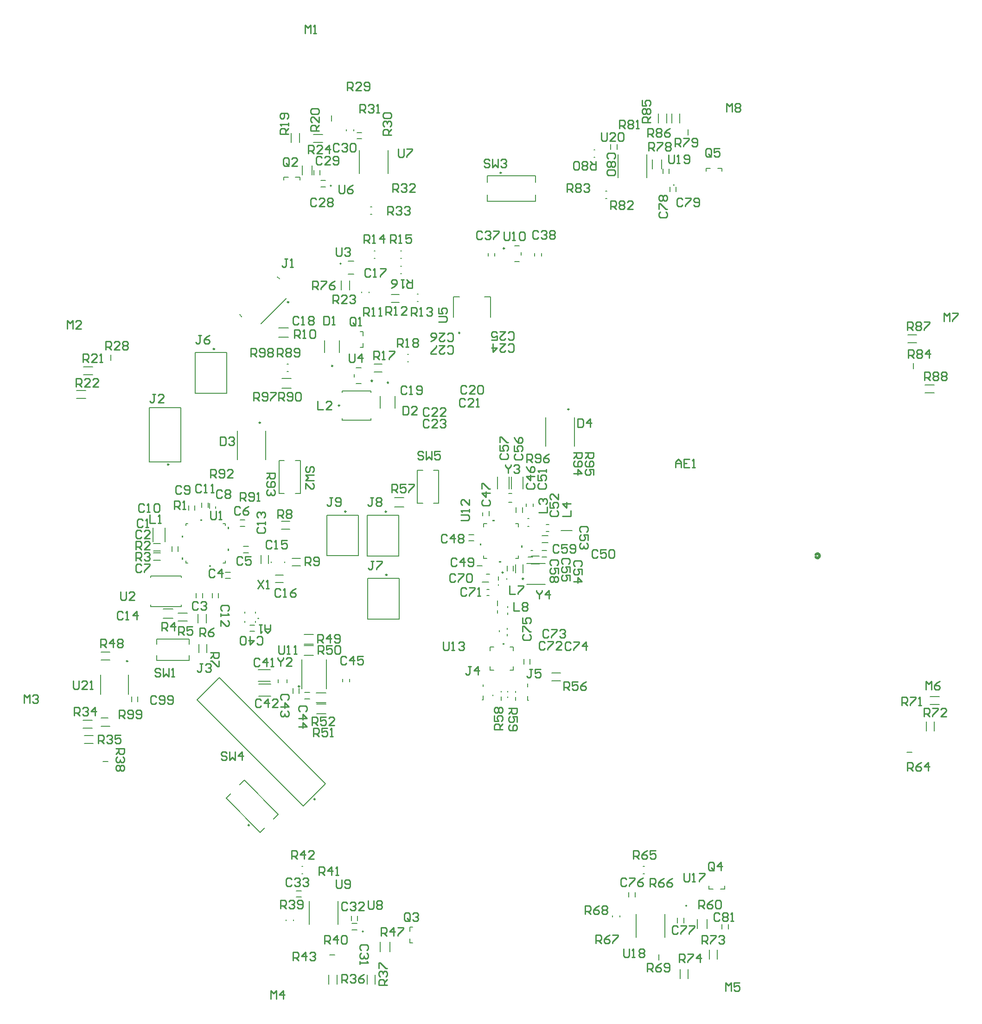
<source format=gbr>
G04*
G04 #@! TF.GenerationSoftware,Altium Limited,Altium Designer,25.8.1 (18)*
G04*
G04 Layer_Color=65535*
%FSLAX44Y44*%
%MOMM*%
G71*
G04*
G04 #@! TF.SameCoordinates,1712F0CB-3B61-41A3-BC14-C9FE2E182D8B*
G04*
G04*
G04 #@! TF.FilePolarity,Positive*
G04*
G01*
G75*
%ADD10C,0.2500*%
%ADD11C,0.1524*%
%ADD12C,0.5080*%
%ADD13C,0.2000*%
%ADD14C,0.1270*%
%ADD15C,0.2540*%
G36*
X623825Y1720850D02*
X620015D01*
Y1723390D01*
X623825D01*
Y1720850D01*
D02*
G37*
G36*
X1157575Y1720088D02*
X1153765D01*
Y1722628D01*
X1157575D01*
Y1720088D01*
D02*
G37*
G36*
X673100Y1706305D02*
X670560D01*
Y1710115D01*
X673100D01*
Y1706305D01*
D02*
G37*
G36*
X589280Y1690305D02*
X586740D01*
Y1694115D01*
X589280D01*
Y1690305D01*
D02*
G37*
G36*
X1133602Y1676115D02*
X1131062D01*
Y1679925D01*
X1133602D01*
Y1676115D01*
D02*
G37*
G36*
X1208278Y1672115D02*
X1205738D01*
Y1675925D01*
X1208278D01*
Y1672115D01*
D02*
G37*
G36*
X673100Y1666305D02*
X670560D01*
Y1670115D01*
X673100D01*
Y1666305D01*
D02*
G37*
G36*
X589280Y1650305D02*
X586740D01*
Y1654115D01*
X589280D01*
Y1650305D01*
D02*
G37*
G36*
X1169575Y1645412D02*
X1165765D01*
Y1647952D01*
X1169575D01*
Y1645412D01*
D02*
G37*
G36*
X639825Y1637030D02*
X636015D01*
Y1639570D01*
X639825D01*
Y1637030D01*
D02*
G37*
G36*
X1175968Y1495477D02*
X1172158D01*
Y1498017D01*
X1175968D01*
Y1495477D01*
D02*
G37*
D10*
X781792Y2120301D02*
G03*
X781792Y2120301I-1250J0D01*
G01*
X964160Y1973520D02*
G03*
X964160Y1973520I-1250J0D01*
G01*
X862060Y2004120D02*
G03*
X862060Y2004120I-1250J0D01*
G01*
X1094330Y2064260D02*
G03*
X1094330Y2064260I-1250J0D01*
G01*
X874760Y1931670D02*
G03*
X874760Y1931670I-1250J0D01*
G01*
X729990Y1900280D02*
G03*
X729990Y1900280I-1250J0D01*
G01*
X1169970Y2356660D02*
G03*
X1169970Y2356660I-1250J0D01*
G01*
X1293630Y1924820D02*
G03*
X1293630Y1924820I-1250J0D01*
G01*
X830332Y1213078D02*
G03*
X830332Y1213078I-1250J0D01*
G01*
X801790Y1418950D02*
G03*
X801790Y1418950I-1250J0D01*
G01*
X1210670Y1615580D02*
G03*
X1210670Y1615580I-1250J0D01*
G01*
X1173460Y1626992D02*
G03*
X1173460Y1626992I-1250J0D01*
G01*
X487800Y1464900D02*
G03*
X487800Y1464900I-1250J0D01*
G01*
X562760Y1824080D02*
G03*
X562760Y1824080I-1250J0D01*
G01*
X1175680Y2218640D02*
G03*
X1175680Y2218640I-1250J0D01*
G01*
X961370Y1622560D02*
G03*
X961370Y1622560I-1250J0D01*
G01*
X646410Y2034910D02*
G03*
X646410Y2034910I-1250J0D01*
G01*
X934475Y1977208D02*
G03*
X934188Y1975831I-1155J-478D01*
G01*
X960270Y1737930D02*
G03*
X960270Y1737930I-1250J0D01*
G01*
X710073Y1165678D02*
G03*
X710073Y1165678I-1250J0D01*
G01*
X886440Y1738130D02*
G03*
X886440Y1738130I-1250J0D01*
G01*
D11*
X877269Y2190630D02*
G03*
X877269Y2190630I-1016J0D01*
G01*
X1508624Y1018492D02*
G03*
X1508624Y1018492I-1016J0D01*
G01*
X1485764Y2334212D02*
G03*
X1484032Y2333491I-1016J0D01*
G01*
X918074Y971502D02*
G03*
X918074Y971502I-1016J0D01*
G01*
X859654Y2332942D02*
G03*
X859654Y2332942I-1016J0D01*
G01*
X963549Y2355533D02*
Y2397950D01*
X910971Y2355533D02*
Y2397950D01*
X890478Y2194941D02*
X900222D01*
X890478Y2171319D02*
X900222D01*
X666242Y1712426D02*
Y1716532D01*
X662136Y1643888D02*
X666242D01*
X593598D02*
X597704D01*
X593598D02*
Y1647994D01*
Y1716532D02*
X597704D01*
X593598Y1712426D02*
Y1716532D01*
X662136D02*
X666242D01*
Y1643888D02*
Y1647994D01*
X529590Y1564640D02*
X585470D01*
X529590Y1617503D02*
Y1620520D01*
X585470D01*
X529590Y1564640D02*
Y1567657D01*
X585470Y1617503D02*
Y1620520D01*
Y1564640D02*
Y1567657D01*
X1137920Y1652270D02*
Y1657677D01*
X1196013Y1652270D02*
X1201420D01*
Y1710363D02*
Y1715770D01*
X1137920D02*
X1143327D01*
X1137920Y1652270D02*
X1143327D01*
X1201420D02*
Y1657677D01*
X1196013Y1715770D02*
X1201420D01*
X1137920Y1710363D02*
Y1715770D01*
X1416431Y960501D02*
Y1002919D01*
X1469009Y960501D02*
Y1002919D01*
X1149604Y1448741D02*
Y1455349D01*
Y1491159D02*
X1156212D01*
X1192022Y1484551D02*
Y1491159D01*
X1185414Y1448741D02*
X1192022D01*
Y1455349D01*
X1149604Y1448741D02*
X1156212D01*
X1149604Y1484551D02*
Y1491159D01*
X1185414D02*
X1192022D01*
X872109Y984631D02*
Y1027049D01*
X819531Y984631D02*
Y1027049D01*
X1383411Y2347341D02*
Y2389759D01*
X1435989Y2347341D02*
Y2389759D01*
D12*
X1751076Y1657350D02*
G03*
X1744243Y1659669I-3810J0D01*
G01*
Y1655031D02*
G03*
X1751076Y1657350I3023J2319D01*
G01*
D13*
X727195Y1543130D02*
G03*
X727195Y1543130I-1000J0D01*
G01*
X692012Y2097885D02*
X695901Y2093996D01*
X760884Y2166758D02*
X764774Y2162869D01*
X731398Y2080773D02*
X777997Y2127372D01*
X974809Y1763931D02*
X991891D01*
X974809Y1746349D02*
X991891D01*
X394228Y1959352D02*
X410952D01*
X394228Y1944628D02*
X410952D01*
X1360350Y2309730D02*
X1362350D01*
X1360350Y2323230D02*
X1362350D01*
X1910410Y1298310D02*
X1919910D01*
X1952812Y1400552D02*
X1969537D01*
X1952812Y1385828D02*
X1969537D01*
X1960622Y1337838D02*
Y1354562D01*
X1945898Y1337838D02*
Y1354562D01*
X1211010Y1459993D02*
Y1468621D01*
X1222310Y1459993D02*
Y1468621D01*
X1261638Y1429008D02*
X1278362D01*
X1261638Y1443732D02*
X1278362D01*
X1224538Y1656592D02*
X1239262D01*
X1224538Y1642868D02*
X1239262D01*
X860160Y2451430D02*
Y2460930D01*
X786388Y2411963D02*
Y2428688D01*
X801112Y2411963D02*
Y2428688D01*
X877828Y2143018D02*
Y2159742D01*
X928770Y2137590D02*
Y2139590D01*
X915270Y2137590D02*
Y2139590D01*
X1016360Y2135270D02*
X1018360D01*
X1016360Y2121770D02*
X1018360D01*
X892552Y2143018D02*
Y2159742D01*
X985700Y2172570D02*
X987700D01*
X985880Y2214010D02*
X987880D01*
X985880Y2200510D02*
X987880D01*
X985700Y2186070D02*
X987700D01*
X937530Y2214010D02*
X939530D01*
X937530Y2200510D02*
X939530D01*
X968724Y2120388D02*
X983845D01*
X617978Y1480534D02*
Y1495655D01*
X540230Y1466400D02*
X600230D01*
X540230Y1505400D02*
X600230D01*
X793590Y1770860D02*
X803090D01*
X793590Y1830860D02*
X803090D01*
X631702Y1480534D02*
Y1495655D01*
X600230Y1466400D02*
Y1475900D01*
X768755Y1720092D02*
X783876D01*
X768755Y1706368D02*
X783876D01*
X968724Y2134112D02*
X983845D01*
X540230Y1466400D02*
Y1475900D01*
X600230Y1495900D02*
Y1505400D01*
X540230Y1495900D02*
Y1505400D01*
X932010Y1905170D02*
Y1907920D01*
X879010Y1958170D02*
X932010D01*
X937319Y2007112D02*
X952441D01*
X879010Y1905170D02*
Y1907920D01*
Y1905170D02*
X932010D01*
Y1955420D02*
Y1958170D01*
X937319Y1993388D02*
X952441D01*
X1082830Y2130260D02*
X1093580D01*
X1139080D02*
X1149830D01*
X1082830Y2093260D02*
Y2130260D01*
X1149830Y2093260D02*
Y2130260D01*
X879010Y1955420D02*
Y1958170D01*
X1232720Y2304410D02*
Y2316410D01*
X1144720Y2339410D02*
Y2351410D01*
X1232720Y2339410D02*
Y2351410D01*
X1144720Y2304410D02*
Y2316410D01*
Y2304410D02*
X1232720D01*
X1144720Y2351410D02*
X1232720D01*
X847560Y2028370D02*
Y2050870D01*
X949160Y1926770D02*
Y1949270D01*
X976160Y1926770D02*
Y1949270D01*
X763619Y2073811D02*
X780701D01*
X763619Y2056229D02*
X780701D01*
X874560Y2028370D02*
Y2050870D01*
X764090Y1830860D02*
X773590D01*
X552799Y1560731D02*
X569881D01*
X612840Y1580643D02*
Y1589271D01*
X534658Y1665840D02*
X547382D01*
X534658Y1679340D02*
X547382D01*
X624140Y1580643D02*
Y1589271D01*
X552799Y1543149D02*
X569881D01*
X579942Y1538228D02*
X596667D01*
X579942Y1552952D02*
X596667D01*
X630932Y1534688D02*
Y1551412D01*
X534658Y1662830D02*
X547382D01*
X579690Y1665736D02*
Y1674364D01*
X568390Y1665736D02*
Y1674364D01*
X616208Y1534688D02*
Y1551412D01*
X787805Y1639058D02*
X802926D01*
X744732Y1643638D02*
Y1658362D01*
X731008Y1643638D02*
Y1658362D01*
X787805Y1652782D02*
X802926D01*
X757178Y1608578D02*
X771902D01*
X764090Y1770860D02*
Y1830860D01*
X803090Y1770860D02*
Y1830860D01*
X764090Y1770860D02*
X773590D01*
X757178Y1622302D02*
X771902D01*
X739740Y1833280D02*
Y1885280D01*
X687740Y1833280D02*
Y1885280D01*
X692913Y1711390D02*
X701541D01*
X666246Y1616140D02*
X674874D01*
X699269Y1674430D02*
X707897D01*
X699269Y1663130D02*
X707897D01*
X653350Y1580649D02*
Y1589277D01*
X642050Y1580649D02*
Y1589277D01*
X666246Y1627440D02*
X674874D01*
X636964Y1744473D02*
Y1753101D01*
X623000Y1745746D02*
Y1754374D01*
X634300Y1745746D02*
Y1754374D01*
X692913Y1722690D02*
X701541D01*
X648264Y1744473D02*
Y1747650D01*
X598870Y1740663D02*
Y1749291D01*
X610170Y1740663D02*
Y1749291D01*
X1180530Y1630179D02*
Y1638807D01*
X1191830Y1630179D02*
Y1638807D01*
X1218696Y1655510D02*
X1227324D01*
X1224234Y1666810D02*
X1227324D01*
X1218330Y1725560D02*
X1220830D01*
X1279019Y1703667D02*
X1299081D01*
X1252201Y1702119D02*
X1257139D01*
X1244093Y1655510D02*
X1252721D01*
X1244093Y1666810D02*
X1252721D01*
X1218330Y1711060D02*
X1220830D01*
X1136080Y1730509D02*
Y1736418D01*
X1147380Y1730509D02*
Y1739137D01*
X1227771Y1747681D02*
Y1752619D01*
X1110743Y1696020D02*
X1119371D01*
X1197040Y1736853D02*
Y1745481D01*
X1208340Y1736853D02*
Y1745481D01*
X1215709Y1747681D02*
Y1752619D01*
X1125986Y1639000D02*
X1134614D01*
X824131Y2352759D02*
Y2369841D01*
X806549Y2352759D02*
Y2369841D01*
X1182930Y1754760D02*
X1189430D01*
X1303380Y1857820D02*
Y1909820D01*
X1251380Y1857820D02*
Y1909820D01*
X1182930Y1770760D02*
X1189430D01*
X1195828Y1626569D02*
Y1641294D01*
X1209552Y1626569D02*
Y1641294D01*
X1216170Y1643080D02*
X1250170D01*
X1252201Y1714181D02*
X1257139D01*
X1244470Y1694440D02*
X1254970D01*
X1244430Y1681330D02*
X1254930D01*
X1216170Y1605580D02*
X1250170D01*
X1184230Y1779580D02*
Y1801580D01*
X1188130Y1779580D02*
Y1801580D01*
X1209630Y1779580D02*
Y1801580D01*
X1135162Y1609848D02*
X1146540D01*
X1142334Y1623572D02*
X1148746D01*
X1162730Y1779580D02*
Y1801580D01*
X1110743Y1684720D02*
X1119371D01*
X832569Y1386741D02*
X849651D01*
X832199Y1389479D02*
X849281D01*
X832199Y1407061D02*
X849281D01*
X811026Y1396430D02*
X819654D01*
X811026Y1407730D02*
X819654D01*
X832569Y1369159D02*
X849651D01*
X850540Y1414950D02*
Y1467950D01*
X809709Y1496159D02*
X826791D01*
X809709Y1513741D02*
X826791D01*
X614475Y1394451D02*
X655134Y1435109D01*
X805540Y1414950D02*
Y1467950D01*
X809709Y1493421D02*
X826791D01*
X809709Y1475839D02*
X826791D01*
X789370Y1406659D02*
Y1415287D01*
X769069Y1963519D02*
X786151D01*
X710699Y1519620D02*
X719327D01*
X710699Y1530920D02*
X719327D01*
X1157921Y2204881D02*
Y2209819D01*
X1145859Y2204881D02*
Y2209819D01*
X769069Y1981101D02*
X786151D01*
X880429Y1427641D02*
Y1432579D01*
X725720Y1428160D02*
X747720D01*
X725720Y1449660D02*
X747720D01*
X800670Y1406659D02*
Y1415287D01*
X892491Y1427641D02*
Y1432579D01*
X726870Y1401490D02*
X748870D01*
X726870Y1422990D02*
X748870D01*
X1166618Y1519190D02*
Y1521190D01*
X1180342Y1523000D02*
Y1525807D01*
Y1511082D02*
Y1514840D01*
X1169412Y1408912D02*
Y1410442D01*
Y1393718D02*
Y1400328D01*
X1164848Y1612686D02*
Y1619992D01*
Y1603268D02*
Y1605494D01*
X1143687Y1595583D02*
X1147406D01*
X1143660Y1584540D02*
X1147857D01*
X1154688Y1401866D02*
Y1403564D01*
X1218190Y1393450D02*
Y1400950D01*
Y1418450D02*
Y1423886D01*
Y1393450D02*
X1219690D01*
X1196082Y1407642D02*
Y1410442D01*
Y1393718D02*
Y1399058D01*
X1181358Y1408912D02*
Y1410442D01*
Y1398752D02*
Y1400328D01*
X1179572Y1614652D02*
Y1616228D01*
X614475Y1394451D02*
X808223Y1200704D01*
X848881Y1241362D01*
X655134Y1435109D02*
X848881Y1241362D01*
X1181501Y1562762D02*
Y1565697D01*
Y1550062D02*
Y1553818D01*
X1162919Y1566572D02*
Y1575750D01*
Y1552423D02*
Y1557628D01*
X998490Y2011280D02*
X1000490D01*
X1230949Y2204701D02*
Y2209639D01*
X1243011Y2204701D02*
Y2209639D01*
X901320Y1983830D02*
Y1988730D01*
X904920Y2000780D02*
X913720D01*
X998490Y2024780D02*
X1000490D01*
X1194030Y2223640D02*
X1202830D01*
X917467Y2037560D02*
Y2045376D01*
Y2058744D02*
Y2066560D01*
X912244Y2037560D02*
X917467D01*
X1206430Y2206690D02*
Y2211590D01*
X1194030Y2194640D02*
X1202830D01*
X912244Y2066560D02*
X917467D01*
X904920Y1971780D02*
X913720D01*
X1003150Y950700D02*
X1008373D01*
X1003150Y971884D02*
Y979700D01*
Y950700D02*
Y958516D01*
X1572790Y2359666D02*
Y2364890D01*
X805540Y1090060D02*
X807540D01*
X805540Y1076560D02*
X807540D01*
X1003150Y979700D02*
X1008373D01*
X801900Y2343156D02*
Y2348380D01*
X966371Y935069D02*
Y952151D01*
X948789Y935069D02*
Y952151D01*
X772900Y2343156D02*
Y2348380D01*
X794084D02*
X801900D01*
X772900D02*
X780716D01*
X925020Y1657180D02*
X982520D01*
X925020D02*
Y1731180D01*
X982520D01*
X926120Y1541810D02*
Y1615810D01*
X983620D01*
X982520Y1657180D02*
Y1731180D01*
X1046320Y1813080D02*
X1055820D01*
X1046320Y1753080D02*
X1055820D01*
X1016820Y1813080D02*
X1026320D01*
X926120Y1541810D02*
X983620D01*
X527510Y1828830D02*
X585010D01*
X668660Y1954160D02*
Y2028160D01*
X611160Y1954160D02*
X668660D01*
X527510Y1828830D02*
Y1927830D01*
X585010D01*
Y1828830D02*
Y1927830D01*
X611160Y1954160D02*
Y2028160D01*
X983620Y1541810D02*
Y1615810D01*
X611160Y2028160D02*
X668660D01*
X778690Y2007000D02*
X780690D01*
X778690Y1993500D02*
X780690D01*
X1543790Y2364890D02*
X1551606D01*
X1922780Y1999310D02*
Y2008810D01*
X438678Y1481832D02*
X455402D01*
X438678Y1467108D02*
X455402D01*
X1911878Y2046228D02*
X1928602D01*
X1543790Y2359666D02*
Y2364890D01*
X1564974D02*
X1572790D01*
X1943628Y1969512D02*
X1960352D01*
X1943628Y1954788D02*
X1960352D01*
X1911878Y2060952D02*
X1928602D01*
X1428930Y1076560D02*
X1430930D01*
X1428930Y1090060D02*
X1430930D01*
X827470Y2352803D02*
Y2361431D01*
X838770Y2352803D02*
Y2361431D01*
X931270Y2294020D02*
X933270D01*
X827003Y2426712D02*
X843728D01*
X827003Y2411988D02*
X843728D01*
X931270Y2280520D02*
X933270D01*
X887330Y2433500D02*
Y2435500D01*
X897389Y974790D02*
X906017D01*
X897389Y986090D02*
X906017D01*
X840233Y2331150D02*
X848861D01*
X840233Y2342450D02*
X848861D01*
X900830Y2433500D02*
Y2435500D01*
X1549658Y921278D02*
Y938002D01*
X1564382Y921278D02*
Y938002D01*
X406928Y2002532D02*
X423652D01*
X1548870Y1049247D02*
Y1054471D01*
X1491680Y987553D02*
Y996181D01*
X1502980Y987553D02*
Y996181D01*
X406928Y1987808D02*
X423652D01*
X906276Y2418780D02*
X914904D01*
X906276Y2430080D02*
X914904D01*
X457200Y2014550D02*
Y2024050D01*
X438050Y1404650D02*
Y1440150D01*
X489050Y1404650D02*
Y1440150D01*
X795786Y1034480D02*
X804414D01*
X795786Y1045780D02*
X804414D01*
X506030Y1391419D02*
Y1400047D01*
X556080Y1683328D02*
Y1708390D01*
X533580Y1683328D02*
Y1708390D01*
X534658Y1649330D02*
X547382D01*
X494730Y1391419D02*
Y1400047D01*
X438678Y1361182D02*
X451759D01*
X438678Y1346458D02*
X455402D01*
X790340Y990960D02*
Y992960D01*
X939542Y875558D02*
Y892282D01*
X854968Y875558D02*
Y892282D01*
X869692Y875558D02*
Y892282D01*
X896062Y991329D02*
Y999956D01*
X907362Y991329D02*
Y999956D01*
X924818Y875558D02*
Y892282D01*
X442290Y1281430D02*
X451790D01*
X405952Y1342648D02*
X422677D01*
X856310Y928370D02*
X865810D01*
X776840Y990960D02*
Y992960D01*
X408198Y1329432D02*
X424922D01*
X408198Y1314708D02*
X424922D01*
X405952Y1357372D02*
X422677D01*
X1570054Y1049247D02*
X1577870D01*
X778890Y1425500D02*
Y1432000D01*
X667280Y1214646D02*
X729506Y1152420D01*
X667280Y1214646D02*
X675766Y1223131D01*
X851190Y1657380D02*
Y1731380D01*
X908690D01*
X762890Y1425500D02*
Y1432000D01*
X729506Y1152420D02*
X737991Y1160906D01*
X1545491Y976979D02*
Y994061D01*
X1527909Y976979D02*
Y994061D01*
X1584260Y976123D02*
Y984751D01*
X692029Y1239394D02*
X700514Y1247880D01*
X762740Y1185654D01*
X754254Y1177169D02*
X762740Y1185654D01*
X851190Y1657380D02*
X908690D01*
X1016820Y1753080D02*
X1026320D01*
X1055820D02*
Y1813080D01*
X1016820Y1753080D02*
Y1813080D01*
X1136390Y1394230D02*
Y1401730D01*
X908690Y1657380D02*
Y1731380D01*
X1136390Y1419230D02*
Y1422616D01*
X1134890Y1394230D02*
X1136390D01*
X1338940Y2398160D02*
X1340940D01*
X1414080Y1034549D02*
Y1043177D01*
X1402780Y1034549D02*
Y1043177D01*
X1495802Y2447818D02*
Y2464542D01*
X1511300Y2426030D02*
Y2435530D01*
X1338940Y2384660D02*
X1340940D01*
X1386188Y998272D02*
Y1000272D01*
X1496318Y885718D02*
Y902442D01*
X1577870Y1049247D02*
Y1054471D01*
X1548870Y1049247D02*
X1556686D01*
X1372688Y998272D02*
Y1000272D01*
X1457960Y919810D02*
Y929310D01*
X1511042Y885718D02*
Y902442D01*
X1481078Y2447818D02*
Y2464542D01*
X1476310Y2355343D02*
Y2363971D01*
X1465010Y2355343D02*
Y2363971D01*
X1477710Y2322323D02*
Y2330951D01*
X1572960Y976123D02*
Y984751D01*
X1462941Y2363819D02*
Y2380901D01*
X1445359Y2363819D02*
Y2380901D01*
X1489010Y2322323D02*
Y2330951D01*
X1456948Y2447818D02*
Y2464542D01*
X1471672Y2447818D02*
Y2464542D01*
X1381060Y2399796D02*
Y2408424D01*
X1369760Y2399796D02*
Y2408424D01*
D14*
X749360Y1645140D02*
Y1646840D01*
X774360Y1645140D02*
Y1646840D01*
X701195Y1552580D02*
Y1555630D01*
X721195Y1535630D02*
Y1538680D01*
Y1552580D02*
Y1555630D01*
X701195Y1535630D02*
Y1538680D01*
D15*
X1460502Y2284733D02*
X1457962Y2282194D01*
Y2277116D01*
X1460502Y2274577D01*
X1470658D01*
X1473197Y2277116D01*
Y2282194D01*
X1470658Y2284733D01*
X1457962Y2289812D02*
Y2299968D01*
X1460502D01*
X1470658Y2289812D01*
X1473197D01*
X1460502Y2305047D02*
X1457962Y2307586D01*
Y2312664D01*
X1460502Y2315203D01*
X1463041D01*
X1465580Y2312664D01*
X1468119Y2315203D01*
X1470658D01*
X1473197Y2312664D01*
Y2307586D01*
X1470658Y2305047D01*
X1468119D01*
X1465580Y2307586D01*
X1463041Y2305047D01*
X1460502D01*
X1465580Y2307586D02*
Y2312664D01*
X847097Y948692D02*
Y963928D01*
X854714D01*
X857253Y961388D01*
Y956310D01*
X854714Y953771D01*
X847097D01*
X852175D02*
X857253Y948692D01*
X869949D02*
Y963928D01*
X862332Y956310D01*
X872488D01*
X877567Y961388D02*
X880106Y963928D01*
X885184D01*
X887723Y961388D01*
Y951232D01*
X885184Y948692D01*
X880106D01*
X877567Y951232D01*
Y961388D01*
X1487932Y1818640D02*
Y1828797D01*
X1493010Y1833875D01*
X1498089Y1828797D01*
Y1818640D01*
Y1826257D01*
X1487932D01*
X1513324Y1833875D02*
X1503167D01*
Y1818640D01*
X1513324D01*
X1503167Y1826257D02*
X1508245D01*
X1518402Y1818640D02*
X1523481D01*
X1520941D01*
Y1833875D01*
X1518402Y1831336D01*
X781048Y2426976D02*
X765813D01*
Y2434594D01*
X768352Y2437133D01*
X773430D01*
X775969Y2434594D01*
Y2426976D01*
Y2432054D02*
X781048Y2437133D01*
Y2442211D02*
Y2447290D01*
Y2444750D01*
X765813D01*
X768352Y2442211D01*
X778508Y2454907D02*
X781048Y2457446D01*
Y2462525D01*
X778508Y2465064D01*
X768352D01*
X765813Y2462525D01*
Y2457446D01*
X768352Y2454907D01*
X770891D01*
X773430Y2457446D01*
Y2465064D01*
X927104Y1027428D02*
Y1014732D01*
X929643Y1012193D01*
X934722D01*
X937261Y1014732D01*
Y1027428D01*
X942339Y1024888D02*
X944878Y1027428D01*
X949957D01*
X952496Y1024888D01*
Y1022349D01*
X949957Y1019810D01*
X952496Y1017271D01*
Y1014732D01*
X949957Y1012193D01*
X944878D01*
X942339Y1014732D01*
Y1017271D01*
X944878Y1019810D01*
X942339Y1022349D01*
Y1024888D01*
X944878Y1019810D02*
X949957D01*
X981714Y2400298D02*
Y2387602D01*
X984253Y2385063D01*
X989332D01*
X991871Y2387602D01*
Y2400298D01*
X996949D02*
X1007106D01*
Y2397758D01*
X996949Y2387602D01*
Y2385063D01*
X1503680Y1077463D02*
Y1064767D01*
X1506219Y1062228D01*
X1511297D01*
X1513837Y1064767D01*
Y1077463D01*
X1518915Y1062228D02*
X1523993D01*
X1521454D01*
Y1077463D01*
X1518915Y1074924D01*
X1531611Y1077463D02*
X1541768D01*
Y1074924D01*
X1531611Y1064767D01*
Y1062228D01*
X1234444Y1593848D02*
Y1591308D01*
X1239522Y1586230D01*
X1244601Y1591308D01*
Y1593848D01*
X1239522Y1586230D02*
Y1578613D01*
X1257297D02*
Y1593848D01*
X1249679Y1586230D01*
X1259836D01*
X1177294Y1823717D02*
Y1821178D01*
X1182373Y1816100D01*
X1187451Y1821178D01*
Y1823717D01*
X1182373Y1816100D02*
Y1808483D01*
X1192529Y1821178D02*
X1195068Y1823717D01*
X1200147D01*
X1202686Y1821178D01*
Y1818639D01*
X1200147Y1816100D01*
X1197607D01*
X1200147D01*
X1202686Y1813561D01*
Y1811022D01*
X1200147Y1808483D01*
X1195068D01*
X1192529Y1811022D01*
X762000Y1471671D02*
Y1469132D01*
X767078Y1464053D01*
X772157Y1469132D01*
Y1471671D01*
X767078Y1464053D02*
Y1456436D01*
X787392D02*
X777235D01*
X787392Y1466593D01*
Y1469132D01*
X784853Y1471671D01*
X779774D01*
X777235Y1469132D01*
X725173Y1612897D02*
X735330Y1597663D01*
Y1612897D02*
X725173Y1597663D01*
X740408D02*
X745487D01*
X742948D01*
Y1612897D01*
X740408Y1610358D01*
X388626Y1428748D02*
Y1416052D01*
X391165Y1413513D01*
X396243D01*
X398783Y1416052D01*
Y1428748D01*
X414018Y1413513D02*
X403861D01*
X414018Y1423669D01*
Y1426208D01*
X411478Y1428748D01*
X406400D01*
X403861Y1426208D01*
X419096Y1413513D02*
X424174D01*
X421635D01*
Y1428748D01*
X419096Y1426208D01*
X1352557Y2429507D02*
Y2416812D01*
X1355096Y2414272D01*
X1360174D01*
X1362713Y2416812D01*
Y2429507D01*
X1377948Y2414272D02*
X1367792D01*
X1377948Y2424429D01*
Y2426968D01*
X1375409Y2429507D01*
X1370331D01*
X1367792Y2426968D01*
X1383027D02*
X1385566Y2429507D01*
X1390644D01*
X1393183Y2426968D01*
Y2416812D01*
X1390644Y2414272D01*
X1385566D01*
X1383027Y2416812D01*
Y2426968D01*
X1475746Y2388867D02*
Y2376172D01*
X1478285Y2373633D01*
X1483364D01*
X1485903Y2376172D01*
Y2388867D01*
X1490981Y2373633D02*
X1496060D01*
X1493520D01*
Y2388867D01*
X1490981Y2386328D01*
X1503677Y2376172D02*
X1506216Y2373633D01*
X1511295D01*
X1513834Y2376172D01*
Y2386328D01*
X1511295Y2388867D01*
X1506216D01*
X1503677Y2386328D01*
Y2383789D01*
X1506216Y2381250D01*
X1513834D01*
X1393196Y939798D02*
Y927102D01*
X1395735Y924563D01*
X1400814D01*
X1403353Y927102D01*
Y939798D01*
X1408431Y924563D02*
X1413510D01*
X1410970D01*
Y939798D01*
X1408431Y937258D01*
X1421127D02*
X1423666Y939798D01*
X1428745D01*
X1431284Y937258D01*
Y934719D01*
X1428745Y932180D01*
X1431284Y929641D01*
Y927102D01*
X1428745Y924563D01*
X1423666D01*
X1421127Y927102D01*
Y929641D01*
X1423666Y932180D01*
X1421127Y934719D01*
Y937258D01*
X1423666Y932180D02*
X1428745D01*
X1064139Y1500428D02*
Y1487732D01*
X1066678Y1485193D01*
X1071757D01*
X1074296Y1487732D01*
Y1500428D01*
X1079374Y1485193D02*
X1084453D01*
X1081913D01*
Y1500428D01*
X1079374Y1497888D01*
X1092070D02*
X1094609Y1500428D01*
X1099688D01*
X1102227Y1497888D01*
Y1495349D01*
X1099688Y1492810D01*
X1097149D01*
X1099688D01*
X1102227Y1490271D01*
Y1487732D01*
X1099688Y1485193D01*
X1094609D01*
X1092070Y1487732D01*
X1096012Y1722126D02*
X1108708D01*
X1111247Y1724665D01*
Y1729744D01*
X1108708Y1732283D01*
X1096012D01*
X1111247Y1737361D02*
Y1742440D01*
Y1739900D01*
X1096012D01*
X1098552Y1737361D01*
X1111247Y1760214D02*
Y1750057D01*
X1101091Y1760214D01*
X1098552D01*
X1096012Y1757675D01*
Y1752596D01*
X1098552Y1750057D01*
X763275Y1493517D02*
Y1480822D01*
X765815Y1478282D01*
X770893D01*
X773432Y1480822D01*
Y1493517D01*
X778510Y1478282D02*
X783589D01*
X781050D01*
Y1493517D01*
X778510Y1490978D01*
X791206Y1478282D02*
X796285D01*
X793745D01*
Y1493517D01*
X791206Y1490978D01*
X1174496Y2248403D02*
Y2235707D01*
X1177035Y2233168D01*
X1182113D01*
X1184653Y2235707D01*
Y2248403D01*
X1189731Y2233168D02*
X1194809D01*
X1192270D01*
Y2248403D01*
X1189731Y2245864D01*
X1202427D02*
X1204966Y2248403D01*
X1210044D01*
X1212584Y2245864D01*
Y2235707D01*
X1210044Y2233168D01*
X1204966D01*
X1202427Y2235707D01*
Y2245864D01*
X868684Y1065527D02*
Y1052832D01*
X871223Y1050293D01*
X876302D01*
X878841Y1052832D01*
Y1065527D01*
X883919Y1052832D02*
X886458Y1050293D01*
X891537D01*
X894076Y1052832D01*
Y1062988D01*
X891537Y1065527D01*
X886458D01*
X883919Y1062988D01*
Y1060449D01*
X886458Y1057910D01*
X894076D01*
X873764Y2334258D02*
Y2321562D01*
X876303Y2319023D01*
X881382D01*
X883921Y2321562D01*
Y2334258D01*
X899156D02*
X894078Y2331718D01*
X888999Y2326640D01*
Y2321562D01*
X891538Y2319023D01*
X896617D01*
X899156Y2321562D01*
Y2324101D01*
X896617Y2326640D01*
X888999D01*
X1055372Y2084074D02*
X1068068D01*
X1070608Y2086613D01*
Y2091692D01*
X1068068Y2094231D01*
X1055372D01*
Y2109466D02*
Y2099309D01*
X1062990D01*
X1060451Y2104388D01*
Y2106927D01*
X1062990Y2109466D01*
X1068068D01*
X1070608Y2106927D01*
Y2101848D01*
X1068068Y2099309D01*
X891794Y2025645D02*
Y2012949D01*
X894333Y2010410D01*
X899411D01*
X901951Y2012949D01*
Y2025645D01*
X914647Y2010410D02*
Y2025645D01*
X907029Y2018027D01*
X917186D01*
X868684Y2219957D02*
Y2207262D01*
X871223Y2204722D01*
X876302D01*
X878841Y2207262D01*
Y2219957D01*
X883919Y2217418D02*
X886458Y2219957D01*
X891537D01*
X894076Y2217418D01*
Y2214879D01*
X891537Y2212340D01*
X888997D01*
X891537D01*
X894076Y2209801D01*
Y2207262D01*
X891537Y2204722D01*
X886458D01*
X883919Y2207262D01*
X474984Y1591308D02*
Y1578612D01*
X477523Y1576073D01*
X482602D01*
X485141Y1578612D01*
Y1591308D01*
X500376Y1576073D02*
X490219D01*
X500376Y1586229D01*
Y1588768D01*
X497837Y1591308D01*
X492758D01*
X490219Y1588768D01*
X638813Y1738627D02*
Y1725932D01*
X641352Y1723392D01*
X646431D01*
X648970Y1725932D01*
Y1738627D01*
X654048Y1723392D02*
X659127D01*
X656588D01*
Y1738627D01*
X654048Y1736088D01*
X811533Y2611122D02*
Y2626357D01*
X816612Y2621279D01*
X821690Y2626357D01*
Y2611122D01*
X826768D02*
X831847D01*
X829308D01*
Y2626357D01*
X826768Y2623818D01*
X1027173Y1845560D02*
X1024633Y1848099D01*
X1019555D01*
X1017016Y1845560D01*
Y1843021D01*
X1019555Y1840482D01*
X1024633D01*
X1027173Y1837942D01*
Y1835403D01*
X1024633Y1832864D01*
X1019555D01*
X1017016Y1835403D01*
X1032251Y1848099D02*
Y1832864D01*
X1037329Y1837942D01*
X1042408Y1832864D01*
Y1848099D01*
X1057643D02*
X1047486D01*
Y1840482D01*
X1052564Y1843021D01*
X1055104D01*
X1057643Y1840482D01*
Y1835403D01*
X1055104Y1832864D01*
X1050025D01*
X1047486Y1835403D01*
X668525Y1296920D02*
X665985Y1299459D01*
X660907D01*
X658368Y1296920D01*
Y1294381D01*
X660907Y1291841D01*
X665985D01*
X668525Y1289302D01*
Y1286763D01*
X665985Y1284224D01*
X660907D01*
X658368Y1286763D01*
X673603Y1299459D02*
Y1284224D01*
X678681Y1289302D01*
X683760Y1284224D01*
Y1299459D01*
X696456Y1284224D02*
Y1299459D01*
X688838Y1291841D01*
X698995D01*
X1148839Y2379468D02*
X1146300Y2382007D01*
X1141221D01*
X1138682Y2379468D01*
Y2376929D01*
X1141221Y2374389D01*
X1146300D01*
X1148839Y2371850D01*
Y2369311D01*
X1146300Y2366772D01*
X1141221D01*
X1138682Y2369311D01*
X1153917Y2382007D02*
Y2366772D01*
X1158995Y2371850D01*
X1164074Y2366772D01*
Y2382007D01*
X1169152Y2379468D02*
X1171691Y2382007D01*
X1176770D01*
X1179309Y2379468D01*
Y2376929D01*
X1176770Y2374389D01*
X1174230D01*
X1176770D01*
X1179309Y2371850D01*
Y2369311D01*
X1176770Y2366772D01*
X1171691D01*
X1169152Y2369311D01*
X825498Y1809747D02*
X828038Y1812286D01*
Y1817364D01*
X825498Y1819903D01*
X822959D01*
X820420Y1817364D01*
Y1812286D01*
X817881Y1809747D01*
X815342D01*
X812803Y1812286D01*
Y1817364D01*
X815342Y1819903D01*
X828038Y1804668D02*
X812803D01*
X817881Y1799590D01*
X812803Y1794512D01*
X828038D01*
X812803Y1779276D02*
Y1789433D01*
X822959Y1779276D01*
X825498D01*
X828038Y1781816D01*
Y1786894D01*
X825498Y1789433D01*
X547373Y1449068D02*
X544833Y1451608D01*
X539755D01*
X537216Y1449068D01*
Y1446529D01*
X539755Y1443990D01*
X544833D01*
X547373Y1441451D01*
Y1438912D01*
X544833Y1436373D01*
X539755D01*
X537216Y1438912D01*
X552451Y1451608D02*
Y1436373D01*
X557529Y1441451D01*
X562608Y1436373D01*
Y1451608D01*
X567686Y1436373D02*
X572764D01*
X570225D01*
Y1451608D01*
X567686Y1449068D01*
X471995Y1360222D02*
Y1375457D01*
X479613D01*
X482152Y1372918D01*
Y1367839D01*
X479613Y1365300D01*
X471995D01*
X477074D02*
X482152Y1360222D01*
X487230Y1362761D02*
X489769Y1360222D01*
X494848D01*
X497387Y1362761D01*
Y1372918D01*
X494848Y1375457D01*
X489769D01*
X487230Y1372918D01*
Y1370379D01*
X489769Y1367839D01*
X497387D01*
X502465Y1362761D02*
X505005Y1360222D01*
X510083D01*
X512622Y1362761D01*
Y1372918D01*
X510083Y1375457D01*
X505005D01*
X502465Y1372918D01*
Y1370379D01*
X505005Y1367839D01*
X512622D01*
X712477Y2020573D02*
Y2035807D01*
X720094D01*
X722633Y2033268D01*
Y2028190D01*
X720094Y2025651D01*
X712477D01*
X717555D02*
X722633Y2020573D01*
X727712Y2023112D02*
X730251Y2020573D01*
X735329D01*
X737868Y2023112D01*
Y2033268D01*
X735329Y2035807D01*
X730251D01*
X727712Y2033268D01*
Y2030729D01*
X730251Y2028190D01*
X737868D01*
X742947Y2033268D02*
X745486Y2035807D01*
X750564D01*
X753103Y2033268D01*
Y2030729D01*
X750564Y2028190D01*
X753103Y2025651D01*
Y2023112D01*
X750564Y2020573D01*
X745486D01*
X742947Y2023112D01*
Y2025651D01*
X745486Y2028190D01*
X742947Y2030729D01*
Y2033268D01*
X745486Y2028190D02*
X750564D01*
X717557Y1940562D02*
Y1955797D01*
X725174D01*
X727713Y1953258D01*
Y1948180D01*
X725174Y1945641D01*
X717557D01*
X722635D02*
X727713Y1940562D01*
X732792Y1943102D02*
X735331Y1940562D01*
X740409D01*
X742948Y1943102D01*
Y1953258D01*
X740409Y1955797D01*
X735331D01*
X732792Y1953258D01*
Y1950719D01*
X735331Y1948180D01*
X742948D01*
X748027Y1955797D02*
X758183D01*
Y1953258D01*
X748027Y1943102D01*
Y1940562D01*
X1216667Y1827533D02*
Y1842767D01*
X1224284D01*
X1226823Y1840228D01*
Y1835150D01*
X1224284Y1832611D01*
X1216667D01*
X1221745D02*
X1226823Y1827533D01*
X1231902Y1830072D02*
X1234441Y1827533D01*
X1239519D01*
X1242058Y1830072D01*
Y1840228D01*
X1239519Y1842767D01*
X1234441D01*
X1231902Y1840228D01*
Y1837689D01*
X1234441Y1835150D01*
X1242058D01*
X1257293Y1842767D02*
X1252215Y1840228D01*
X1247137Y1835150D01*
Y1830072D01*
X1249676Y1827533D01*
X1254754D01*
X1257293Y1830072D01*
Y1832611D01*
X1254754Y1835150D01*
X1247137D01*
X1323342Y1845303D02*
X1338578D01*
Y1837686D01*
X1336038Y1835147D01*
X1330960D01*
X1328421Y1837686D01*
Y1845303D01*
Y1840225D02*
X1323342Y1835147D01*
X1325882Y1830068D02*
X1323342Y1827529D01*
Y1822451D01*
X1325882Y1819912D01*
X1336038D01*
X1338578Y1822451D01*
Y1827529D01*
X1336038Y1830068D01*
X1333499D01*
X1330960Y1827529D01*
Y1819912D01*
X1338578Y1804677D02*
Y1814833D01*
X1330960D01*
X1333499Y1809755D01*
Y1807216D01*
X1330960Y1804677D01*
X1325882D01*
X1323342Y1807216D01*
Y1812294D01*
X1325882Y1814833D01*
X1301752Y1845303D02*
X1316988D01*
Y1837686D01*
X1314448Y1835147D01*
X1309370D01*
X1306831Y1837686D01*
Y1845303D01*
Y1840225D02*
X1301752Y1835147D01*
X1304292Y1830068D02*
X1301752Y1827529D01*
Y1822451D01*
X1304292Y1819912D01*
X1314448D01*
X1316988Y1822451D01*
Y1827529D01*
X1314448Y1830068D01*
X1311909D01*
X1309370Y1827529D01*
Y1819912D01*
X1301752Y1807216D02*
X1316988D01*
X1309370Y1814833D01*
Y1804677D01*
X741683Y1808473D02*
X756917D01*
Y1800856D01*
X754378Y1798317D01*
X749300D01*
X746761Y1800856D01*
Y1808473D01*
Y1803395D02*
X741683Y1798317D01*
X744222Y1793238D02*
X741683Y1790699D01*
Y1785621D01*
X744222Y1783082D01*
X754378D01*
X756917Y1785621D01*
Y1790699D01*
X754378Y1793238D01*
X751839D01*
X749300Y1790699D01*
Y1783082D01*
X754378Y1778003D02*
X756917Y1775464D01*
Y1770386D01*
X754378Y1767847D01*
X751839D01*
X749300Y1770386D01*
Y1772925D01*
Y1770386D01*
X746761Y1767847D01*
X744222D01*
X741683Y1770386D01*
Y1775464D01*
X744222Y1778003D01*
X638817Y1800033D02*
Y1815267D01*
X646434D01*
X648973Y1812728D01*
Y1807650D01*
X646434Y1805111D01*
X638817D01*
X643895D02*
X648973Y1800033D01*
X654052Y1802572D02*
X656591Y1800033D01*
X661669D01*
X664208Y1802572D01*
Y1812728D01*
X661669Y1815267D01*
X656591D01*
X654052Y1812728D01*
Y1810189D01*
X656591Y1807650D01*
X664208D01*
X679443Y1800033D02*
X669287D01*
X679443Y1810189D01*
Y1812728D01*
X676904Y1815267D01*
X671826D01*
X669287Y1812728D01*
X693426Y1757682D02*
Y1772917D01*
X701043D01*
X703583Y1770378D01*
Y1765300D01*
X701043Y1762761D01*
X693426D01*
X698504D02*
X703583Y1757682D01*
X708661Y1760222D02*
X711200Y1757682D01*
X716278D01*
X718818Y1760222D01*
Y1770378D01*
X716278Y1772917D01*
X711200D01*
X708661Y1770378D01*
Y1767839D01*
X711200Y1765300D01*
X718818D01*
X723896Y1757682D02*
X728974D01*
X726435D01*
Y1772917D01*
X723896Y1770378D01*
X763277Y1940562D02*
Y1955797D01*
X770894D01*
X773433Y1953258D01*
Y1948180D01*
X770894Y1945641D01*
X763277D01*
X768355D02*
X773433Y1940562D01*
X778512Y1943102D02*
X781051Y1940562D01*
X786129D01*
X788668Y1943102D01*
Y1953258D01*
X786129Y1955797D01*
X781051D01*
X778512Y1953258D01*
Y1950719D01*
X781051Y1948180D01*
X788668D01*
X793747Y1953258D02*
X796286Y1955797D01*
X801364D01*
X803903Y1953258D01*
Y1943102D01*
X801364Y1940562D01*
X796286D01*
X793747Y1943102D01*
Y1953258D01*
X760476Y2021078D02*
Y2036313D01*
X768093D01*
X770633Y2033774D01*
Y2028696D01*
X768093Y2026156D01*
X760476D01*
X765554D02*
X770633Y2021078D01*
X775711Y2033774D02*
X778250Y2036313D01*
X783329D01*
X785868Y2033774D01*
Y2031235D01*
X783329Y2028696D01*
X785868Y2026156D01*
Y2023617D01*
X783329Y2021078D01*
X778250D01*
X775711Y2023617D01*
Y2026156D01*
X778250Y2028696D01*
X775711Y2031235D01*
Y2033774D01*
X778250Y2028696D02*
X783329D01*
X790946Y2023617D02*
X793485Y2021078D01*
X798564D01*
X801103Y2023617D01*
Y2033774D01*
X798564Y2036313D01*
X793485D01*
X790946Y2033774D01*
Y2031235D01*
X793485Y2028696D01*
X801103D01*
X1943100Y1978152D02*
Y1993387D01*
X1950717D01*
X1953257Y1990848D01*
Y1985770D01*
X1950717Y1983230D01*
X1943100D01*
X1948178D02*
X1953257Y1978152D01*
X1958335Y1990848D02*
X1960874Y1993387D01*
X1965953D01*
X1968492Y1990848D01*
Y1988309D01*
X1965953Y1985770D01*
X1968492Y1983230D01*
Y1980691D01*
X1965953Y1978152D01*
X1960874D01*
X1958335Y1980691D01*
Y1983230D01*
X1960874Y1985770D01*
X1958335Y1988309D01*
Y1990848D01*
X1960874Y1985770D02*
X1965953D01*
X1973570Y1990848D02*
X1976109Y1993387D01*
X1981188D01*
X1983727Y1990848D01*
Y1988309D01*
X1981188Y1985770D01*
X1983727Y1983230D01*
Y1980691D01*
X1981188Y1978152D01*
X1976109D01*
X1973570Y1980691D01*
Y1983230D01*
X1976109Y1985770D01*
X1973570Y1988309D01*
Y1990848D01*
X1976109Y1985770D02*
X1981188D01*
X1911350Y2069592D02*
Y2084827D01*
X1918967D01*
X1921507Y2082288D01*
Y2077209D01*
X1918967Y2074670D01*
X1911350D01*
X1916428D02*
X1921507Y2069592D01*
X1926585Y2082288D02*
X1929124Y2084827D01*
X1934203D01*
X1936742Y2082288D01*
Y2079749D01*
X1934203Y2077209D01*
X1936742Y2074670D01*
Y2072131D01*
X1934203Y2069592D01*
X1929124D01*
X1926585Y2072131D01*
Y2074670D01*
X1929124Y2077209D01*
X1926585Y2079749D01*
Y2082288D01*
X1929124Y2077209D02*
X1934203D01*
X1941820Y2084827D02*
X1951977D01*
Y2082288D01*
X1941820Y2072131D01*
Y2069592D01*
X1437647Y2421893D02*
Y2437128D01*
X1445264D01*
X1447803Y2434588D01*
Y2429510D01*
X1445264Y2426971D01*
X1437647D01*
X1442725D02*
X1447803Y2421893D01*
X1452882Y2434588D02*
X1455421Y2437128D01*
X1460499D01*
X1463038Y2434588D01*
Y2432049D01*
X1460499Y2429510D01*
X1463038Y2426971D01*
Y2424432D01*
X1460499Y2421893D01*
X1455421D01*
X1452882Y2424432D01*
Y2426971D01*
X1455421Y2429510D01*
X1452882Y2432049D01*
Y2434588D01*
X1455421Y2429510D02*
X1460499D01*
X1478273Y2437128D02*
X1473195Y2434588D01*
X1468117Y2429510D01*
Y2424432D01*
X1470656Y2421893D01*
X1475734D01*
X1478273Y2424432D01*
Y2426971D01*
X1475734Y2429510D01*
X1468117D01*
X1442717Y2448567D02*
X1427482D01*
Y2456184D01*
X1430022Y2458723D01*
X1435100D01*
X1437639Y2456184D01*
Y2448567D01*
Y2453645D02*
X1442717Y2458723D01*
X1430022Y2463802D02*
X1427482Y2466341D01*
Y2471419D01*
X1430022Y2473958D01*
X1432561D01*
X1435100Y2471419D01*
X1437639Y2473958D01*
X1440178D01*
X1442717Y2471419D01*
Y2466341D01*
X1440178Y2463802D01*
X1437639D01*
X1435100Y2466341D01*
X1432561Y2463802D01*
X1430022D01*
X1435100Y2466341D02*
Y2471419D01*
X1427482Y2489193D02*
Y2479037D01*
X1435100D01*
X1432561Y2484115D01*
Y2486654D01*
X1435100Y2489193D01*
X1440178D01*
X1442717Y2486654D01*
Y2481576D01*
X1440178Y2479037D01*
X1912874Y2018538D02*
Y2033773D01*
X1920491D01*
X1923031Y2031234D01*
Y2026156D01*
X1920491Y2023616D01*
X1912874D01*
X1917952D02*
X1923031Y2018538D01*
X1928109Y2031234D02*
X1930648Y2033773D01*
X1935727D01*
X1938266Y2031234D01*
Y2028695D01*
X1935727Y2026156D01*
X1938266Y2023616D01*
Y2021077D01*
X1935727Y2018538D01*
X1930648D01*
X1928109Y2021077D01*
Y2023616D01*
X1930648Y2026156D01*
X1928109Y2028695D01*
Y2031234D01*
X1930648Y2026156D02*
X1935727D01*
X1950962Y2018538D02*
Y2033773D01*
X1943344Y2026156D01*
X1953501D01*
X1290327Y2321562D02*
Y2336797D01*
X1297944D01*
X1300483Y2334258D01*
Y2329180D01*
X1297944Y2326641D01*
X1290327D01*
X1295405D02*
X1300483Y2321562D01*
X1305562Y2334258D02*
X1308101Y2336797D01*
X1313179D01*
X1315718Y2334258D01*
Y2331719D01*
X1313179Y2329180D01*
X1315718Y2326641D01*
Y2324102D01*
X1313179Y2321562D01*
X1308101D01*
X1305562Y2324102D01*
Y2326641D01*
X1308101Y2329180D01*
X1305562Y2331719D01*
Y2334258D01*
X1308101Y2329180D02*
X1313179D01*
X1320797Y2334258D02*
X1323336Y2336797D01*
X1328414D01*
X1330953Y2334258D01*
Y2331719D01*
X1328414Y2329180D01*
X1325875D01*
X1328414D01*
X1330953Y2326641D01*
Y2324102D01*
X1328414Y2321562D01*
X1323336D01*
X1320797Y2324102D01*
X1369167Y2289812D02*
Y2305047D01*
X1376784D01*
X1379323Y2302508D01*
Y2297430D01*
X1376784Y2294891D01*
X1369167D01*
X1374245D02*
X1379323Y2289812D01*
X1384402Y2302508D02*
X1386941Y2305047D01*
X1392019D01*
X1394558Y2302508D01*
Y2299969D01*
X1392019Y2297430D01*
X1394558Y2294891D01*
Y2292352D01*
X1392019Y2289812D01*
X1386941D01*
X1384402Y2292352D01*
Y2294891D01*
X1386941Y2297430D01*
X1384402Y2299969D01*
Y2302508D01*
X1386941Y2297430D02*
X1392019D01*
X1409793Y2289812D02*
X1399637D01*
X1409793Y2299969D01*
Y2302508D01*
X1407254Y2305047D01*
X1402176D01*
X1399637Y2302508D01*
X1385576Y2437133D02*
Y2452368D01*
X1393193D01*
X1395733Y2449828D01*
Y2444750D01*
X1393193Y2442211D01*
X1385576D01*
X1390654D02*
X1395733Y2437133D01*
X1400811Y2449828D02*
X1403350Y2452368D01*
X1408428D01*
X1410968Y2449828D01*
Y2447289D01*
X1408428Y2444750D01*
X1410968Y2442211D01*
Y2439672D01*
X1408428Y2437133D01*
X1403350D01*
X1400811Y2439672D01*
Y2442211D01*
X1403350Y2444750D01*
X1400811Y2447289D01*
Y2449828D01*
X1403350Y2444750D02*
X1408428D01*
X1416046Y2437133D02*
X1421124D01*
X1418585D01*
Y2452368D01*
X1416046Y2449828D01*
X1342473Y2377437D02*
Y2362202D01*
X1334856D01*
X1332317Y2364742D01*
Y2369820D01*
X1334856Y2372359D01*
X1342473D01*
X1337395D02*
X1332317Y2377437D01*
X1327238Y2364742D02*
X1324699Y2362202D01*
X1319621D01*
X1317082Y2364742D01*
Y2367281D01*
X1319621Y2369820D01*
X1317082Y2372359D01*
Y2374898D01*
X1319621Y2377437D01*
X1324699D01*
X1327238Y2374898D01*
Y2372359D01*
X1324699Y2369820D01*
X1327238Y2367281D01*
Y2364742D01*
X1324699Y2369820D02*
X1319621D01*
X1312003Y2364742D02*
X1309464Y2362202D01*
X1304386D01*
X1301846Y2364742D01*
Y2374898D01*
X1304386Y2377437D01*
X1309464D01*
X1312003Y2374898D01*
Y2364742D01*
X1487177Y2404113D02*
Y2419348D01*
X1494794D01*
X1497333Y2416808D01*
Y2411730D01*
X1494794Y2409191D01*
X1487177D01*
X1492255D02*
X1497333Y2404113D01*
X1502412Y2419348D02*
X1512568D01*
Y2416808D01*
X1502412Y2406652D01*
Y2404113D01*
X1517647Y2406652D02*
X1520186Y2404113D01*
X1525264D01*
X1527803Y2406652D01*
Y2416808D01*
X1525264Y2419348D01*
X1520186D01*
X1517647Y2416808D01*
Y2414269D01*
X1520186Y2411730D01*
X1527803D01*
X1438917Y2396492D02*
Y2411727D01*
X1446534D01*
X1449073Y2409188D01*
Y2404110D01*
X1446534Y2401571D01*
X1438917D01*
X1443995D02*
X1449073Y2396492D01*
X1454152Y2411727D02*
X1464308D01*
Y2409188D01*
X1454152Y2399032D01*
Y2396492D01*
X1469387Y2409188D02*
X1471926Y2411727D01*
X1477004D01*
X1479543Y2409188D01*
Y2406649D01*
X1477004Y2404110D01*
X1479543Y2401571D01*
Y2399032D01*
X1477004Y2396492D01*
X1471926D01*
X1469387Y2399032D01*
Y2401571D01*
X1471926Y2404110D01*
X1469387Y2406649D01*
Y2409188D01*
X1471926Y2404110D02*
X1477004D01*
X825507Y2143763D02*
Y2158997D01*
X833124D01*
X835663Y2156458D01*
Y2151380D01*
X833124Y2148841D01*
X825507D01*
X830585D02*
X835663Y2143763D01*
X840742Y2158997D02*
X850898D01*
Y2156458D01*
X840742Y2146302D01*
Y2143763D01*
X866133Y2158997D02*
X861055Y2156458D01*
X855977Y2151380D01*
Y2146302D01*
X858516Y2143763D01*
X863594D01*
X866133Y2146302D01*
Y2148841D01*
X863594Y2151380D01*
X855977D01*
X1494797Y915378D02*
Y930613D01*
X1502414D01*
X1504953Y928074D01*
Y922996D01*
X1502414Y920456D01*
X1494797D01*
X1499875D02*
X1504953Y915378D01*
X1510032Y930613D02*
X1520188D01*
Y928074D01*
X1510032Y917917D01*
Y915378D01*
X1532884D02*
Y930613D01*
X1525267Y922996D01*
X1535423D01*
X1536707Y948692D02*
Y963928D01*
X1544324D01*
X1546863Y961388D01*
Y956310D01*
X1544324Y953771D01*
X1536707D01*
X1541785D02*
X1546863Y948692D01*
X1551942Y963928D02*
X1562098D01*
Y961388D01*
X1551942Y951232D01*
Y948692D01*
X1567177Y961388D02*
X1569716Y963928D01*
X1574794D01*
X1577333Y961388D01*
Y958849D01*
X1574794Y956310D01*
X1572255D01*
X1574794D01*
X1577333Y953771D01*
Y951232D01*
X1574794Y948692D01*
X1569716D01*
X1567177Y951232D01*
X1941837Y1363983D02*
Y1379218D01*
X1949454D01*
X1951993Y1376678D01*
Y1371600D01*
X1949454Y1369061D01*
X1941837D01*
X1946915D02*
X1951993Y1363983D01*
X1957072Y1379218D02*
X1967228D01*
Y1376678D01*
X1957072Y1366522D01*
Y1363983D01*
X1982463D02*
X1972307D01*
X1982463Y1374139D01*
Y1376678D01*
X1979924Y1379218D01*
X1974846D01*
X1972307Y1376678D01*
X1901196Y1384303D02*
Y1399538D01*
X1908813D01*
X1911353Y1396998D01*
Y1391920D01*
X1908813Y1389381D01*
X1901196D01*
X1906274D02*
X1911353Y1384303D01*
X1916431Y1399538D02*
X1926588D01*
Y1396998D01*
X1916431Y1386842D01*
Y1384303D01*
X1931666D02*
X1936744D01*
X1934205D01*
Y1399538D01*
X1931666Y1396998D01*
X1436377Y897893D02*
Y913128D01*
X1443994D01*
X1446533Y910588D01*
Y905510D01*
X1443994Y902971D01*
X1436377D01*
X1441455D02*
X1446533Y897893D01*
X1461768Y913128D02*
X1456690Y910588D01*
X1451612Y905510D01*
Y900432D01*
X1454151Y897893D01*
X1459229D01*
X1461768Y900432D01*
Y902971D01*
X1459229Y905510D01*
X1451612D01*
X1466847Y900432D02*
X1469386Y897893D01*
X1474464D01*
X1477003Y900432D01*
Y910588D01*
X1474464Y913128D01*
X1469386D01*
X1466847Y910588D01*
Y908049D01*
X1469386Y905510D01*
X1477003D01*
X1323347Y1003303D02*
Y1018538D01*
X1330964D01*
X1333503Y1015998D01*
Y1010920D01*
X1330964Y1008381D01*
X1323347D01*
X1328425D02*
X1333503Y1003303D01*
X1348738Y1018538D02*
X1343660Y1015998D01*
X1338582Y1010920D01*
Y1005842D01*
X1341121Y1003303D01*
X1346199D01*
X1348738Y1005842D01*
Y1008381D01*
X1346199Y1010920D01*
X1338582D01*
X1353817Y1015998D02*
X1356356Y1018538D01*
X1361434D01*
X1363973Y1015998D01*
Y1013459D01*
X1361434Y1010920D01*
X1363973Y1008381D01*
Y1005842D01*
X1361434Y1003303D01*
X1356356D01*
X1353817Y1005842D01*
Y1008381D01*
X1356356Y1010920D01*
X1353817Y1013459D01*
Y1015998D01*
X1356356Y1010920D02*
X1361434D01*
X1342397Y950062D02*
Y965297D01*
X1350014D01*
X1352553Y962758D01*
Y957680D01*
X1350014Y955141D01*
X1342397D01*
X1347475D02*
X1352553Y950062D01*
X1367788Y965297D02*
X1362710Y962758D01*
X1357632Y957680D01*
Y952602D01*
X1360171Y950062D01*
X1365249D01*
X1367788Y952602D01*
Y955141D01*
X1365249Y957680D01*
X1357632D01*
X1372867Y965297D02*
X1383023D01*
Y962758D01*
X1372867Y952602D01*
Y950062D01*
X1441704Y1052830D02*
Y1068065D01*
X1449321D01*
X1451861Y1065526D01*
Y1060447D01*
X1449321Y1057908D01*
X1441704D01*
X1446782D02*
X1451861Y1052830D01*
X1467096Y1068065D02*
X1462017Y1065526D01*
X1456939Y1060447D01*
Y1055369D01*
X1459478Y1052830D01*
X1464557D01*
X1467096Y1055369D01*
Y1057908D01*
X1464557Y1060447D01*
X1456939D01*
X1482331Y1068065D02*
X1477253Y1065526D01*
X1472174Y1060447D01*
Y1055369D01*
X1474713Y1052830D01*
X1479792D01*
X1482331Y1055369D01*
Y1057908D01*
X1479792Y1060447D01*
X1472174D01*
X1410716Y1104138D02*
Y1119373D01*
X1418333D01*
X1420873Y1116834D01*
Y1111756D01*
X1418333Y1109216D01*
X1410716D01*
X1415794D02*
X1420873Y1104138D01*
X1436108Y1119373D02*
X1431029Y1116834D01*
X1425951Y1111756D01*
Y1106677D01*
X1428490Y1104138D01*
X1433569D01*
X1436108Y1106677D01*
Y1109216D01*
X1433569Y1111756D01*
X1425951D01*
X1451343Y1119373D02*
X1441186D01*
Y1111756D01*
X1446264Y1114295D01*
X1448804D01*
X1451343Y1111756D01*
Y1106677D01*
X1448804Y1104138D01*
X1443725D01*
X1441186Y1106677D01*
X1911357Y1264922D02*
Y1280157D01*
X1918974D01*
X1921513Y1277618D01*
Y1272540D01*
X1918974Y1270001D01*
X1911357D01*
X1916435D02*
X1921513Y1264922D01*
X1936748Y1280157D02*
X1931670Y1277618D01*
X1926592Y1272540D01*
Y1267462D01*
X1929131Y1264922D01*
X1934209D01*
X1936748Y1267462D01*
Y1270001D01*
X1934209Y1272540D01*
X1926592D01*
X1949444Y1264922D02*
Y1280157D01*
X1941827Y1272540D01*
X1951983D01*
X1530357Y1013463D02*
Y1028698D01*
X1537974D01*
X1540513Y1026158D01*
Y1021080D01*
X1537974Y1018541D01*
X1530357D01*
X1535435D02*
X1540513Y1013463D01*
X1555748Y1028698D02*
X1550670Y1026158D01*
X1545592Y1021080D01*
Y1016002D01*
X1548131Y1013463D01*
X1553209D01*
X1555748Y1016002D01*
Y1018541D01*
X1553209Y1021080D01*
X1545592D01*
X1560827Y1026158D02*
X1563366Y1028698D01*
X1568444D01*
X1570983Y1026158D01*
Y1016002D01*
X1568444Y1013463D01*
X1563366D01*
X1560827Y1016002D01*
Y1026158D01*
X1183643Y1379213D02*
X1198878D01*
Y1371596D01*
X1196338Y1369057D01*
X1191260D01*
X1188721Y1371596D01*
Y1379213D01*
Y1374135D02*
X1183643Y1369057D01*
X1198878Y1353822D02*
Y1363978D01*
X1191260D01*
X1193799Y1358900D01*
Y1356361D01*
X1191260Y1353822D01*
X1186182D01*
X1183643Y1356361D01*
Y1361439D01*
X1186182Y1363978D01*
Y1348743D02*
X1183643Y1346204D01*
Y1341126D01*
X1186182Y1338586D01*
X1196338D01*
X1198878Y1341126D01*
Y1346204D01*
X1196338Y1348743D01*
X1193799D01*
X1191260Y1346204D01*
Y1338586D01*
X1172207Y1339857D02*
X1156973D01*
Y1347474D01*
X1159512Y1350013D01*
X1164590D01*
X1167129Y1347474D01*
Y1339857D01*
Y1344935D02*
X1172207Y1350013D01*
X1156973Y1365248D02*
Y1355092D01*
X1164590D01*
X1162051Y1360170D01*
Y1362709D01*
X1164590Y1365248D01*
X1169668D01*
X1172207Y1362709D01*
Y1357631D01*
X1169668Y1355092D01*
X1159512Y1370327D02*
X1156973Y1372866D01*
Y1377944D01*
X1159512Y1380483D01*
X1162051D01*
X1164590Y1377944D01*
X1167129Y1380483D01*
X1169668D01*
X1172207Y1377944D01*
Y1372866D01*
X1169668Y1370327D01*
X1167129D01*
X1164590Y1372866D01*
X1162051Y1370327D01*
X1159512D01*
X1164590Y1372866D02*
Y1377944D01*
X970287Y1772923D02*
Y1788158D01*
X977904D01*
X980443Y1785618D01*
Y1780540D01*
X977904Y1778001D01*
X970287D01*
X975365D02*
X980443Y1772923D01*
X995678Y1788158D02*
X985522D01*
Y1780540D01*
X990600Y1783079D01*
X993139D01*
X995678Y1780540D01*
Y1775462D01*
X993139Y1772923D01*
X988061D01*
X985522Y1775462D01*
X1000757Y1788158D02*
X1010913D01*
Y1785618D01*
X1000757Y1775462D01*
Y1772923D01*
X1283977Y1412242D02*
Y1427478D01*
X1291594D01*
X1294133Y1424938D01*
Y1419860D01*
X1291594Y1417321D01*
X1283977D01*
X1289055D02*
X1294133Y1412242D01*
X1309368Y1427478D02*
X1299212D01*
Y1419860D01*
X1304290Y1422399D01*
X1306829D01*
X1309368Y1419860D01*
Y1414782D01*
X1306829Y1412242D01*
X1301751D01*
X1299212Y1414782D01*
X1324603Y1427478D02*
X1319525Y1424938D01*
X1314447Y1419860D01*
Y1414782D01*
X1316986Y1412242D01*
X1322064D01*
X1324603Y1414782D01*
Y1417321D01*
X1322064Y1419860D01*
X1314447D01*
X824237Y1347473D02*
Y1362708D01*
X831854D01*
X834393Y1360168D01*
Y1355090D01*
X831854Y1352551D01*
X824237D01*
X829315D02*
X834393Y1347473D01*
X849628Y1362708D02*
X839472D01*
Y1355090D01*
X844550Y1357629D01*
X847089D01*
X849628Y1355090D01*
Y1350012D01*
X847089Y1347473D01*
X842011D01*
X839472Y1350012D01*
X864863Y1347473D02*
X854707D01*
X864863Y1357629D01*
Y1360168D01*
X862324Y1362708D01*
X857246D01*
X854707Y1360168D01*
X826776Y1327153D02*
Y1342388D01*
X834393D01*
X836933Y1339848D01*
Y1334770D01*
X834393Y1332231D01*
X826776D01*
X831854D02*
X836933Y1327153D01*
X852168Y1342388D02*
X842011D01*
Y1334770D01*
X847089Y1337309D01*
X849628D01*
X852168Y1334770D01*
Y1329692D01*
X849628Y1327153D01*
X844550D01*
X842011Y1329692D01*
X857246Y1327153D02*
X862324D01*
X859785D01*
Y1342388D01*
X857246Y1339848D01*
X835667Y1478282D02*
Y1493517D01*
X843284D01*
X845823Y1490978D01*
Y1485900D01*
X843284Y1483361D01*
X835667D01*
X840745D02*
X845823Y1478282D01*
X861058Y1493517D02*
X850902D01*
Y1485900D01*
X855980Y1488439D01*
X858519D01*
X861058Y1485900D01*
Y1480822D01*
X858519Y1478282D01*
X853441D01*
X850902Y1480822D01*
X866137Y1490978D02*
X868676Y1493517D01*
X873754D01*
X876293Y1490978D01*
Y1480822D01*
X873754Y1478282D01*
X868676D01*
X866137Y1480822D01*
Y1490978D01*
X834397Y1498602D02*
Y1513837D01*
X842014D01*
X844553Y1511298D01*
Y1506220D01*
X842014Y1503681D01*
X834397D01*
X839475D02*
X844553Y1498602D01*
X857249D02*
Y1513837D01*
X849632Y1506220D01*
X859788D01*
X864867Y1501142D02*
X867406Y1498602D01*
X872484D01*
X875023Y1501142D01*
Y1511298D01*
X872484Y1513837D01*
X867406D01*
X864867Y1511298D01*
Y1508759D01*
X867406Y1506220D01*
X875023D01*
X438150Y1490472D02*
Y1505707D01*
X445768D01*
X448307Y1503168D01*
Y1498089D01*
X445768Y1495550D01*
X438150D01*
X443228D02*
X448307Y1490472D01*
X461003D02*
Y1505707D01*
X453385Y1498089D01*
X463542D01*
X468620Y1503168D02*
X471159Y1505707D01*
X476238D01*
X478777Y1503168D01*
Y1500629D01*
X476238Y1498089D01*
X478777Y1495550D01*
Y1493011D01*
X476238Y1490472D01*
X471159D01*
X468620Y1493011D01*
Y1495550D01*
X471159Y1498089D01*
X468620Y1500629D01*
Y1503168D01*
X471159Y1498089D02*
X476238D01*
X950214Y963676D02*
Y978911D01*
X957831D01*
X960371Y976372D01*
Y971293D01*
X957831Y968754D01*
X950214D01*
X955292D02*
X960371Y963676D01*
X973067D02*
Y978911D01*
X965449Y971293D01*
X975606D01*
X980684Y978911D02*
X990841D01*
Y976372D01*
X980684Y966215D01*
Y963676D01*
X789947Y918213D02*
Y933447D01*
X797564D01*
X800103Y930908D01*
Y925830D01*
X797564Y923291D01*
X789947D01*
X795025D02*
X800103Y918213D01*
X812799D02*
Y933447D01*
X805182Y925830D01*
X815338D01*
X820417Y930908D02*
X822956Y933447D01*
X828034D01*
X830573Y930908D01*
Y928369D01*
X828034Y925830D01*
X825495D01*
X828034D01*
X830573Y923291D01*
Y920752D01*
X828034Y918213D01*
X822956D01*
X820417Y920752D01*
X787400Y1104138D02*
Y1119373D01*
X795017D01*
X797557Y1116834D01*
Y1111756D01*
X795017Y1109216D01*
X787400D01*
X792478D02*
X797557Y1104138D01*
X810253D02*
Y1119373D01*
X802635Y1111756D01*
X812792D01*
X828027Y1104138D02*
X817870D01*
X828027Y1114295D01*
Y1116834D01*
X825488Y1119373D01*
X820409D01*
X817870Y1116834D01*
X836930Y1074420D02*
Y1089655D01*
X844548D01*
X847087Y1087116D01*
Y1082038D01*
X844548Y1079498D01*
X836930D01*
X842008D02*
X847087Y1074420D01*
X859783D02*
Y1089655D01*
X852165Y1082038D01*
X862322D01*
X867400Y1074420D02*
X872478D01*
X869939D01*
Y1089655D01*
X867400Y1087116D01*
X767087Y1013463D02*
Y1028698D01*
X774704D01*
X777243Y1026158D01*
Y1021080D01*
X774704Y1018541D01*
X767087D01*
X772165D02*
X777243Y1013463D01*
X782322Y1026158D02*
X784861Y1028698D01*
X789939D01*
X792478Y1026158D01*
Y1023619D01*
X789939Y1021080D01*
X787400D01*
X789939D01*
X792478Y1018541D01*
Y1016002D01*
X789939Y1013463D01*
X784861D01*
X782322Y1016002D01*
X797557D02*
X800096Y1013463D01*
X805174D01*
X807713Y1016002D01*
Y1026158D01*
X805174Y1028698D01*
X800096D01*
X797557Y1026158D01*
Y1023619D01*
X800096Y1021080D01*
X807713D01*
X466092Y1305553D02*
X481328D01*
Y1297936D01*
X478788Y1295397D01*
X473710D01*
X471171Y1297936D01*
Y1305553D01*
Y1300475D02*
X466092Y1295397D01*
X478788Y1290318D02*
X481328Y1287779D01*
Y1282701D01*
X478788Y1280162D01*
X476249D01*
X473710Y1282701D01*
Y1285240D01*
Y1282701D01*
X471171Y1280162D01*
X468632D01*
X466092Y1282701D01*
Y1287779D01*
X468632Y1290318D01*
X478788Y1275083D02*
X481328Y1272544D01*
Y1267466D01*
X478788Y1264927D01*
X476249D01*
X473710Y1267466D01*
X471171Y1264927D01*
X468632D01*
X466092Y1267466D01*
Y1272544D01*
X468632Y1275083D01*
X471171D01*
X473710Y1272544D01*
X476249Y1275083D01*
X478788D01*
X473710Y1272544D02*
Y1267466D01*
X961387Y873767D02*
X946152D01*
Y881384D01*
X948692Y883923D01*
X953770D01*
X956309Y881384D01*
Y873767D01*
Y878845D02*
X961387Y883923D01*
X948692Y889002D02*
X946152Y891541D01*
Y896619D01*
X948692Y899158D01*
X951231D01*
X953770Y896619D01*
Y894080D01*
Y896619D01*
X956309Y899158D01*
X958848D01*
X961387Y896619D01*
Y891541D01*
X958848Y889002D01*
X946152Y904237D02*
Y914393D01*
X948692D01*
X958848Y904237D01*
X961387D01*
X878847Y877572D02*
Y892807D01*
X886464D01*
X889003Y890268D01*
Y885190D01*
X886464Y882651D01*
X878847D01*
X883925D02*
X889003Y877572D01*
X894082Y890268D02*
X896621Y892807D01*
X901699D01*
X904238Y890268D01*
Y887729D01*
X901699Y885190D01*
X899160D01*
X901699D01*
X904238Y882651D01*
Y880112D01*
X901699Y877572D01*
X896621D01*
X894082Y880112D01*
X919473Y892807D02*
X914395Y890268D01*
X909317Y885190D01*
Y880112D01*
X911856Y877572D01*
X916934D01*
X919473Y880112D01*
Y882651D01*
X916934Y885190D01*
X909317D01*
X434347Y1314453D02*
Y1329688D01*
X441964D01*
X444503Y1327148D01*
Y1322070D01*
X441964Y1319531D01*
X434347D01*
X439425D02*
X444503Y1314453D01*
X449582Y1327148D02*
X452121Y1329688D01*
X457199D01*
X459738Y1327148D01*
Y1324609D01*
X457199Y1322070D01*
X454660D01*
X457199D01*
X459738Y1319531D01*
Y1316992D01*
X457199Y1314453D01*
X452121D01*
X449582Y1316992D01*
X474973Y1329688D02*
X464817D01*
Y1322070D01*
X469895Y1324609D01*
X472434D01*
X474973Y1322070D01*
Y1316992D01*
X472434Y1314453D01*
X467356D01*
X464817Y1316992D01*
X389897Y1365253D02*
Y1380488D01*
X397514D01*
X400053Y1377948D01*
Y1372870D01*
X397514Y1370331D01*
X389897D01*
X394975D02*
X400053Y1365253D01*
X405132Y1377948D02*
X407671Y1380488D01*
X412749D01*
X415288Y1377948D01*
Y1375409D01*
X412749Y1372870D01*
X410210D01*
X412749D01*
X415288Y1370331D01*
Y1367792D01*
X412749Y1365253D01*
X407671D01*
X405132Y1367792D01*
X427984Y1365253D02*
Y1380488D01*
X420367Y1372870D01*
X430523D01*
X962667Y2279653D02*
Y2294888D01*
X970284D01*
X972823Y2292348D01*
Y2287270D01*
X970284Y2284731D01*
X962667D01*
X967745D02*
X972823Y2279653D01*
X977902Y2292348D02*
X980441Y2294888D01*
X985519D01*
X988058Y2292348D01*
Y2289809D01*
X985519Y2287270D01*
X982980D01*
X985519D01*
X988058Y2284731D01*
Y2282192D01*
X985519Y2279653D01*
X980441D01*
X977902Y2282192D01*
X993137Y2292348D02*
X995676Y2294888D01*
X1000754D01*
X1003293Y2292348D01*
Y2289809D01*
X1000754Y2287270D01*
X998215D01*
X1000754D01*
X1003293Y2284731D01*
Y2282192D01*
X1000754Y2279653D01*
X995676D01*
X993137Y2282192D01*
X971557Y2321562D02*
Y2336797D01*
X979174D01*
X981713Y2334258D01*
Y2329180D01*
X979174Y2326641D01*
X971557D01*
X976635D02*
X981713Y2321562D01*
X986792Y2334258D02*
X989331Y2336797D01*
X994409D01*
X996948Y2334258D01*
Y2331719D01*
X994409Y2329180D01*
X991870D01*
X994409D01*
X996948Y2326641D01*
Y2324102D01*
X994409Y2321562D01*
X989331D01*
X986792Y2324102D01*
X1012183Y2321562D02*
X1002027D01*
X1012183Y2331719D01*
Y2334258D01*
X1009644Y2336797D01*
X1004566D01*
X1002027Y2334258D01*
X911866Y2466342D02*
Y2481577D01*
X919483D01*
X922022Y2479038D01*
Y2473960D01*
X919483Y2471421D01*
X911866D01*
X916944D02*
X922022Y2466342D01*
X927101Y2479038D02*
X929640Y2481577D01*
X934718D01*
X937258Y2479038D01*
Y2476499D01*
X934718Y2473960D01*
X932179D01*
X934718D01*
X937258Y2471421D01*
Y2468882D01*
X934718Y2466342D01*
X929640D01*
X927101Y2468882D01*
X942336Y2466342D02*
X947414D01*
X944875D01*
Y2481577D01*
X942336Y2479038D01*
X969007Y2425707D02*
X953773D01*
Y2433324D01*
X956312Y2435863D01*
X961390D01*
X963929Y2433324D01*
Y2425707D01*
Y2430785D02*
X969007Y2435863D01*
X956312Y2440942D02*
X953773Y2443481D01*
Y2448559D01*
X956312Y2451098D01*
X958851D01*
X961390Y2448559D01*
Y2446020D01*
Y2448559D01*
X963929Y2451098D01*
X966468D01*
X969007Y2448559D01*
Y2443481D01*
X966468Y2440942D01*
X956312Y2456177D02*
X953773Y2458716D01*
Y2463794D01*
X956312Y2466333D01*
X966468D01*
X969007Y2463794D01*
Y2458716D01*
X966468Y2456177D01*
X956312D01*
X889007Y2506983D02*
Y2522218D01*
X896624D01*
X899163Y2519678D01*
Y2514600D01*
X896624Y2512061D01*
X889007D01*
X894085D02*
X899163Y2506983D01*
X914398D02*
X904242D01*
X914398Y2517139D01*
Y2519678D01*
X911859Y2522218D01*
X906781D01*
X904242Y2519678D01*
X919477Y2509522D02*
X922016Y2506983D01*
X927094D01*
X929633Y2509522D01*
Y2519678D01*
X927094Y2522218D01*
X922016D01*
X919477Y2519678D01*
Y2517139D01*
X922016Y2514600D01*
X929633D01*
X447294Y2033778D02*
Y2049013D01*
X454911D01*
X457451Y2046474D01*
Y2041396D01*
X454911Y2038856D01*
X447294D01*
X452372D02*
X457451Y2033778D01*
X472686D02*
X462529D01*
X472686Y2043935D01*
Y2046474D01*
X470147Y2049013D01*
X465068D01*
X462529Y2046474D01*
X477764D02*
X480303Y2049013D01*
X485382D01*
X487921Y2046474D01*
Y2043935D01*
X485382Y2041396D01*
X487921Y2038856D01*
Y2036317D01*
X485382Y2033778D01*
X480303D01*
X477764Y2036317D01*
Y2038856D01*
X480303Y2041396D01*
X477764Y2043935D01*
Y2046474D01*
X480303Y2041396D02*
X485382D01*
X817887Y2391413D02*
Y2406647D01*
X825504D01*
X828043Y2404108D01*
Y2399030D01*
X825504Y2396491D01*
X817887D01*
X822965D02*
X828043Y2391413D01*
X843278D02*
X833122D01*
X843278Y2401569D01*
Y2404108D01*
X840739Y2406647D01*
X835661D01*
X833122Y2404108D01*
X855974Y2391413D02*
Y2406647D01*
X848357Y2399030D01*
X858513D01*
X862337Y2118362D02*
Y2133598D01*
X869954D01*
X872493Y2131058D01*
Y2125980D01*
X869954Y2123441D01*
X862337D01*
X867415D02*
X872493Y2118362D01*
X887728D02*
X877572D01*
X887728Y2128519D01*
Y2131058D01*
X885189Y2133598D01*
X880111D01*
X877572Y2131058D01*
X892807D02*
X895346Y2133598D01*
X900424D01*
X902963Y2131058D01*
Y2128519D01*
X900424Y2125980D01*
X897885D01*
X900424D01*
X902963Y2123441D01*
Y2120902D01*
X900424Y2118362D01*
X895346D01*
X892807Y2120902D01*
X393707Y1965963D02*
Y1981198D01*
X401324D01*
X403863Y1978658D01*
Y1973580D01*
X401324Y1971041D01*
X393707D01*
X398785D02*
X403863Y1965963D01*
X419098D02*
X408942D01*
X419098Y1976119D01*
Y1978658D01*
X416559Y1981198D01*
X411481D01*
X408942Y1978658D01*
X434333Y1965963D02*
X424177D01*
X434333Y1976119D01*
Y1978658D01*
X431794Y1981198D01*
X426716D01*
X424177Y1978658D01*
X406400Y2011172D02*
Y2026407D01*
X414017D01*
X416557Y2023868D01*
Y2018790D01*
X414017Y2016250D01*
X406400D01*
X411478D02*
X416557Y2011172D01*
X431792D02*
X421635D01*
X431792Y2021329D01*
Y2023868D01*
X429253Y2026407D01*
X424174D01*
X421635Y2023868D01*
X436870Y2011172D02*
X441949D01*
X439409D01*
Y2026407D01*
X436870Y2023868D01*
X836927Y2433327D02*
X821693D01*
Y2440944D01*
X824232Y2443483D01*
X829310D01*
X831849Y2440944D01*
Y2433327D01*
Y2438405D02*
X836927Y2443483D01*
Y2458718D02*
Y2448562D01*
X826771Y2458718D01*
X824232D01*
X821693Y2456179D01*
Y2451101D01*
X824232Y2448562D01*
Y2463797D02*
X821693Y2466336D01*
Y2471414D01*
X824232Y2473953D01*
X834388D01*
X836927Y2471414D01*
Y2466336D01*
X834388Y2463797D01*
X824232D01*
X980186Y2038858D02*
Y2054093D01*
X987803D01*
X990343Y2051554D01*
Y2046476D01*
X987803Y2043936D01*
X980186D01*
X985264D02*
X990343Y2038858D01*
X995421D02*
X1000499D01*
X997960D01*
Y2054093D01*
X995421Y2051554D01*
X1008117D02*
X1010656Y2054093D01*
X1015734D01*
X1018274Y2051554D01*
Y2049015D01*
X1015734Y2046476D01*
X1018274Y2043936D01*
Y2041397D01*
X1015734Y2038858D01*
X1010656D01*
X1008117Y2041397D01*
Y2043936D01*
X1010656Y2046476D01*
X1008117Y2049015D01*
Y2051554D01*
X1010656Y2046476D02*
X1015734D01*
X937260Y2015744D02*
Y2030979D01*
X944877D01*
X947417Y2028440D01*
Y2023362D01*
X944877Y2020822D01*
X937260D01*
X942338D02*
X947417Y2015744D01*
X952495D02*
X957573D01*
X955034D01*
Y2030979D01*
X952495Y2028440D01*
X965191Y2030979D02*
X975348D01*
Y2028440D01*
X965191Y2018283D01*
Y2015744D01*
X1007104Y2161537D02*
Y2146302D01*
X999486D01*
X996947Y2148842D01*
Y2153920D01*
X999486Y2156459D01*
X1007104D01*
X1002026D02*
X996947Y2161537D01*
X991869D02*
X986790D01*
X989330D01*
Y2146302D01*
X991869Y2148842D01*
X969016Y2146302D02*
X974094Y2148842D01*
X979173Y2153920D01*
Y2158998D01*
X976634Y2161537D01*
X971555D01*
X969016Y2158998D01*
Y2156459D01*
X971555Y2153920D01*
X979173D01*
X967740Y2228088D02*
Y2243323D01*
X975358D01*
X977897Y2240784D01*
Y2235706D01*
X975358Y2233166D01*
X967740D01*
X972818D02*
X977897Y2228088D01*
X982975D02*
X988053D01*
X985514D01*
Y2243323D01*
X982975Y2240784D01*
X1005828Y2243323D02*
X995671D01*
Y2235706D01*
X1000749Y2238245D01*
X1003288D01*
X1005828Y2235706D01*
Y2230627D01*
X1003288Y2228088D01*
X998210D01*
X995671Y2230627D01*
X919226Y2228088D02*
Y2243323D01*
X926843D01*
X929383Y2240784D01*
Y2235706D01*
X926843Y2233166D01*
X919226D01*
X924304D02*
X929383Y2228088D01*
X934461D02*
X939539D01*
X937000D01*
Y2243323D01*
X934461Y2240784D01*
X954774Y2228088D02*
Y2243323D01*
X947157Y2235706D01*
X957314D01*
X1005846Y2095502D02*
Y2110737D01*
X1013464D01*
X1016003Y2108198D01*
Y2103120D01*
X1013464Y2100581D01*
X1005846D01*
X1010925D02*
X1016003Y2095502D01*
X1021081D02*
X1026160D01*
X1023620D01*
Y2110737D01*
X1021081Y2108198D01*
X1033777D02*
X1036316Y2110737D01*
X1041395D01*
X1043934Y2108198D01*
Y2105659D01*
X1041395Y2103120D01*
X1038856D01*
X1041395D01*
X1043934Y2100581D01*
Y2098042D01*
X1041395Y2095502D01*
X1036316D01*
X1033777Y2098042D01*
X958856Y2096772D02*
Y2112007D01*
X966474D01*
X969013Y2109468D01*
Y2104390D01*
X966474Y2101851D01*
X958856D01*
X963934D02*
X969013Y2096772D01*
X974091D02*
X979170D01*
X976630D01*
Y2112007D01*
X974091Y2109468D01*
X996944Y2096772D02*
X986787D01*
X996944Y2106929D01*
Y2109468D01*
X994405Y2112007D01*
X989326D01*
X986787Y2109468D01*
X918215Y2095502D02*
Y2110737D01*
X925833D01*
X928372Y2108198D01*
Y2103120D01*
X925833Y2100581D01*
X918215D01*
X923294D02*
X928372Y2095502D01*
X933450D02*
X938529D01*
X935990D01*
Y2110737D01*
X933450Y2108198D01*
X946146Y2095502D02*
X951225D01*
X948686D01*
Y2110737D01*
X946146Y2108198D01*
X792486Y2054863D02*
Y2070098D01*
X800104D01*
X802643Y2067558D01*
Y2062480D01*
X800104Y2059941D01*
X792486D01*
X797564D02*
X802643Y2054863D01*
X807721D02*
X812800D01*
X810260D01*
Y2070098D01*
X807721Y2067558D01*
X820417D02*
X822956Y2070098D01*
X828035D01*
X830574Y2067558D01*
Y2057402D01*
X828035Y2054863D01*
X822956D01*
X820417Y2057402D01*
Y2067558D01*
X811534Y1639572D02*
Y1654807D01*
X819152D01*
X821691Y1652268D01*
Y1647190D01*
X819152Y1644651D01*
X811534D01*
X816612D02*
X821691Y1639572D01*
X826769Y1642112D02*
X829308Y1639572D01*
X834387D01*
X836926Y1642112D01*
Y1652268D01*
X834387Y1654807D01*
X829308D01*
X826769Y1652268D01*
Y1649729D01*
X829308Y1647190D01*
X836926D01*
X762004Y1725932D02*
Y1741167D01*
X769622D01*
X772161Y1738628D01*
Y1733550D01*
X769622Y1731011D01*
X762004D01*
X767083D02*
X772161Y1725932D01*
X777239Y1738628D02*
X779778Y1741167D01*
X784857D01*
X787396Y1738628D01*
Y1736089D01*
X784857Y1733550D01*
X787396Y1731011D01*
Y1728472D01*
X784857Y1725932D01*
X779778D01*
X777239Y1728472D01*
Y1731011D01*
X779778Y1733550D01*
X777239Y1736089D01*
Y1738628D01*
X779778Y1733550D02*
X784857D01*
X638812Y1480816D02*
X654047D01*
Y1473198D01*
X651508Y1470659D01*
X646430D01*
X643891Y1473198D01*
Y1480816D01*
Y1475737D02*
X638812Y1470659D01*
X654047Y1465581D02*
Y1455424D01*
X651508D01*
X641352Y1465581D01*
X638812D01*
X619764Y1510033D02*
Y1525267D01*
X627382D01*
X629921Y1522728D01*
Y1517650D01*
X627382Y1515111D01*
X619764D01*
X624842D02*
X629921Y1510033D01*
X645156Y1525267D02*
X640078Y1522728D01*
X634999Y1517650D01*
Y1512572D01*
X637538Y1510033D01*
X642617D01*
X645156Y1512572D01*
Y1515111D01*
X642617Y1517650D01*
X634999D01*
X580394Y1512572D02*
Y1527807D01*
X588012D01*
X590551Y1525268D01*
Y1520190D01*
X588012Y1517651D01*
X580394D01*
X585472D02*
X590551Y1512572D01*
X605786Y1527807D02*
X595629D01*
Y1520190D01*
X600708Y1522729D01*
X603247D01*
X605786Y1520190D01*
Y1515112D01*
X603247Y1512572D01*
X598168D01*
X595629Y1515112D01*
X549914Y1520193D02*
Y1535428D01*
X557532D01*
X560071Y1532888D01*
Y1527810D01*
X557532Y1525271D01*
X549914D01*
X554992D02*
X560071Y1520193D01*
X572767D02*
Y1535428D01*
X565149Y1527810D01*
X575306D01*
X502924Y1648463D02*
Y1663698D01*
X510542D01*
X513081Y1661158D01*
Y1656080D01*
X510542Y1653541D01*
X502924D01*
X508003D02*
X513081Y1648463D01*
X518159Y1661158D02*
X520698Y1663698D01*
X525777D01*
X528316Y1661158D01*
Y1658619D01*
X525777Y1656080D01*
X523237D01*
X525777D01*
X528316Y1653541D01*
Y1651002D01*
X525777Y1648463D01*
X520698D01*
X518159Y1651002D01*
X502924Y1668783D02*
Y1684017D01*
X510542D01*
X513081Y1681478D01*
Y1676400D01*
X510542Y1673861D01*
X502924D01*
X508003D02*
X513081Y1668783D01*
X528316D02*
X518159D01*
X528316Y1678939D01*
Y1681478D01*
X525777Y1684017D01*
X520698D01*
X518159Y1681478D01*
X572773Y1742442D02*
Y1757677D01*
X580391D01*
X582930Y1755138D01*
Y1750060D01*
X580391Y1747521D01*
X572773D01*
X577852D02*
X582930Y1742442D01*
X588008D02*
X593087D01*
X590548D01*
Y1757677D01*
X588008Y1755138D01*
X1552953Y2388107D02*
Y2398264D01*
X1550414Y2400803D01*
X1545335D01*
X1542796Y2398264D01*
Y2388107D01*
X1545335Y2385568D01*
X1550414D01*
X1547874Y2390646D02*
X1552953Y2385568D01*
X1550414D02*
X1552953Y2388107D01*
X1568188Y2400803D02*
X1558031D01*
Y2393185D01*
X1563109Y2395725D01*
X1565649D01*
X1568188Y2393185D01*
Y2388107D01*
X1565649Y2385568D01*
X1560570D01*
X1558031Y2388107D01*
X1558033Y1085341D02*
Y1095498D01*
X1555493Y1098037D01*
X1550415D01*
X1547876Y1095498D01*
Y1085341D01*
X1550415Y1082802D01*
X1555493D01*
X1552954Y1087880D02*
X1558033Y1082802D01*
X1555493D02*
X1558033Y1085341D01*
X1570729Y1082802D02*
Y1098037D01*
X1563111Y1090419D01*
X1573268D01*
X1002789Y993393D02*
Y1003550D01*
X1000249Y1006089D01*
X995171D01*
X992632Y1003550D01*
Y993393D01*
X995171Y990854D01*
X1000249D01*
X997710Y995932D02*
X1002789Y990854D01*
X1000249D02*
X1002789Y993393D01*
X1007867Y1003550D02*
X1010406Y1006089D01*
X1015485D01*
X1018024Y1003550D01*
Y1001011D01*
X1015485Y998472D01*
X1012945D01*
X1015485D01*
X1018024Y995932D01*
Y993393D01*
X1015485Y990854D01*
X1010406D01*
X1007867Y993393D01*
X782063Y2371597D02*
Y2381754D01*
X779523Y2384293D01*
X774445D01*
X771906Y2381754D01*
Y2371597D01*
X774445Y2369058D01*
X779523D01*
X776984Y2374136D02*
X782063Y2369058D01*
X779523D02*
X782063Y2371597D01*
X797298Y2369058D02*
X787141D01*
X797298Y2379215D01*
Y2381754D01*
X794759Y2384293D01*
X789680D01*
X787141Y2381754D01*
X903983Y2080259D02*
Y2090416D01*
X901443Y2092955D01*
X896365D01*
X893826Y2090416D01*
Y2080259D01*
X896365Y2077720D01*
X901443D01*
X898904Y2082798D02*
X903983Y2077720D01*
X901443D02*
X903983Y2080259D01*
X909061Y2077720D02*
X914139D01*
X911600D01*
Y2092955D01*
X909061Y2090416D01*
X539753Y1399538D02*
X537214Y1402077D01*
X532136D01*
X529597Y1399538D01*
Y1389382D01*
X532136Y1386842D01*
X537214D01*
X539753Y1389382D01*
X544832D02*
X547371Y1386842D01*
X552449D01*
X554988Y1389382D01*
Y1399538D01*
X552449Y1402077D01*
X547371D01*
X544832Y1399538D01*
Y1396999D01*
X547371Y1394460D01*
X554988D01*
X560067Y1389382D02*
X562606Y1386842D01*
X567684D01*
X570223Y1389382D01*
Y1399538D01*
X567684Y1402077D01*
X562606D01*
X560067Y1399538D01*
Y1396999D01*
X562606Y1394460D01*
X570223D01*
X1581154Y2467612D02*
Y2482847D01*
X1586232Y2477769D01*
X1591311Y2482847D01*
Y2467612D01*
X1596389Y2480308D02*
X1598928Y2482847D01*
X1604007D01*
X1606546Y2480308D01*
Y2477769D01*
X1604007Y2475230D01*
X1606546Y2472691D01*
Y2470152D01*
X1604007Y2467612D01*
X1598928D01*
X1596389Y2470152D01*
Y2472691D01*
X1598928Y2475230D01*
X1596389Y2477769D01*
Y2480308D01*
X1598928Y2475230D02*
X1604007D01*
X1978664Y2085343D02*
Y2100578D01*
X1983743Y2095499D01*
X1988821Y2100578D01*
Y2085343D01*
X1993899Y2100578D02*
X2004056D01*
Y2098038D01*
X1993899Y2087882D01*
Y2085343D01*
X1944878Y1413002D02*
Y1428237D01*
X1949956Y1423159D01*
X1955035Y1428237D01*
Y1413002D01*
X1970270Y1428237D02*
X1965191Y1425698D01*
X1960113Y1420620D01*
Y1415541D01*
X1962652Y1413002D01*
X1967731D01*
X1970270Y1415541D01*
Y1418080D01*
X1967731Y1420620D01*
X1960113D01*
X1579884Y862333D02*
Y877568D01*
X1584962Y872489D01*
X1590041Y877568D01*
Y862333D01*
X1605276Y877568D02*
X1595119D01*
Y869950D01*
X1600197Y872489D01*
X1602737D01*
X1605276Y869950D01*
Y864872D01*
X1602737Y862333D01*
X1597658D01*
X1595119Y864872D01*
X749304Y848363D02*
Y863597D01*
X754382Y858519D01*
X759461Y863597D01*
Y848363D01*
X772157D02*
Y863597D01*
X764539Y855980D01*
X774696D01*
X298454Y1388112D02*
Y1403347D01*
X303533Y1398269D01*
X308611Y1403347D01*
Y1388112D01*
X313689Y1400808D02*
X316228Y1403347D01*
X321307D01*
X323846Y1400808D01*
Y1398269D01*
X321307Y1395730D01*
X318768D01*
X321307D01*
X323846Y1393191D01*
Y1390652D01*
X321307Y1388112D01*
X316228D01*
X313689Y1390652D01*
X377194Y2071373D02*
Y2086608D01*
X382272Y2081529D01*
X387351Y2086608D01*
Y2071373D01*
X402586D02*
X392429D01*
X402586Y2081529D01*
Y2084068D01*
X400047Y2086608D01*
X394968D01*
X392429Y2084068D01*
X1192534Y1572258D02*
Y1557023D01*
X1202691D01*
X1207769Y1569718D02*
X1210308Y1572258D01*
X1215387D01*
X1217926Y1569718D01*
Y1567179D01*
X1215387Y1564640D01*
X1217926Y1562101D01*
Y1559562D01*
X1215387Y1557023D01*
X1210308D01*
X1207769Y1559562D01*
Y1562101D01*
X1210308Y1564640D01*
X1207769Y1567179D01*
Y1569718D01*
X1210308Y1564640D02*
X1215387D01*
X1184914Y1602737D02*
Y1587502D01*
X1195071D01*
X1200149Y1602737D02*
X1210306D01*
Y1600198D01*
X1200149Y1590042D01*
Y1587502D01*
X1281432Y1729744D02*
X1296667D01*
Y1739901D01*
Y1752597D02*
X1281432D01*
X1289050Y1744979D01*
Y1755136D01*
X1238252Y1736094D02*
X1253487D01*
Y1746251D01*
X1240792Y1751329D02*
X1238252Y1753868D01*
Y1758947D01*
X1240792Y1761486D01*
X1243331D01*
X1245870Y1758947D01*
Y1756407D01*
Y1758947D01*
X1248409Y1761486D01*
X1250948D01*
X1253487Y1758947D01*
Y1753868D01*
X1250948Y1751329D01*
X834394Y1939288D02*
Y1924052D01*
X844551D01*
X859786D02*
X849629D01*
X859786Y1934209D01*
Y1936748D01*
X857247Y1939288D01*
X852168D01*
X849629Y1936748D01*
X528323Y1732278D02*
Y1717043D01*
X538480D01*
X543558D02*
X548637D01*
X546098D01*
Y1732278D01*
X543558Y1729738D01*
X861819Y1763517D02*
X856740D01*
X859279D01*
Y1750821D01*
X856740Y1748282D01*
X854201D01*
X851662Y1750821D01*
X866897D02*
X869436Y1748282D01*
X874515D01*
X877054Y1750821D01*
Y1760978D01*
X874515Y1763517D01*
X869436D01*
X866897Y1760978D01*
Y1758439D01*
X869436Y1755900D01*
X877054D01*
X935733Y1763263D02*
X930654D01*
X933194D01*
Y1750567D01*
X930654Y1748028D01*
X928115D01*
X925576Y1750567D01*
X940811Y1760724D02*
X943350Y1763263D01*
X948429D01*
X950968Y1760724D01*
Y1758185D01*
X948429Y1755645D01*
X950968Y1753106D01*
Y1750567D01*
X948429Y1748028D01*
X943350D01*
X940811Y1750567D01*
Y1753106D01*
X943350Y1755645D01*
X940811Y1758185D01*
Y1760724D01*
X943350Y1755645D02*
X948429D01*
X936749Y1647947D02*
X931670D01*
X934210D01*
Y1635251D01*
X931670Y1632712D01*
X929131D01*
X926592Y1635251D01*
X941827Y1647947D02*
X951984D01*
Y1645408D01*
X941827Y1635251D01*
Y1632712D01*
X621789Y2060189D02*
X616710D01*
X619249D01*
Y2047493D01*
X616710Y2044954D01*
X614171D01*
X611632Y2047493D01*
X637024Y2060189D02*
X631945Y2057650D01*
X626867Y2052572D01*
Y2047493D01*
X629406Y2044954D01*
X634485D01*
X637024Y2047493D01*
Y2050032D01*
X634485Y2052572D01*
X626867D01*
X1226821Y1450338D02*
X1221742D01*
X1224282D01*
Y1437642D01*
X1221742Y1435103D01*
X1219203D01*
X1216664Y1437642D01*
X1242056Y1450338D02*
X1231899D01*
Y1442720D01*
X1236977Y1445259D01*
X1239517D01*
X1242056Y1442720D01*
Y1437642D01*
X1239517Y1435103D01*
X1234438D01*
X1231899Y1437642D01*
X1114549Y1455415D02*
X1109470D01*
X1112010D01*
Y1442719D01*
X1109470Y1440180D01*
X1106931D01*
X1104392Y1442719D01*
X1127245Y1440180D02*
Y1455415D01*
X1119627Y1447798D01*
X1129784D01*
X624329Y1460749D02*
X619250D01*
X621790D01*
Y1448053D01*
X619250Y1445514D01*
X616711D01*
X614172Y1448053D01*
X629407Y1458210D02*
X631946Y1460749D01*
X637025D01*
X639564Y1458210D01*
Y1455671D01*
X637025Y1453132D01*
X634485D01*
X637025D01*
X639564Y1450592D01*
Y1448053D01*
X637025Y1445514D01*
X631946D01*
X629407Y1448053D01*
X538223Y1952747D02*
X533144D01*
X535684D01*
Y1940051D01*
X533144Y1937512D01*
X530605D01*
X528066Y1940051D01*
X553458Y1937512D02*
X543301D01*
X553458Y1947669D01*
Y1950208D01*
X550919Y1952747D01*
X545840D01*
X543301Y1950208D01*
X779780Y2199637D02*
X774702D01*
X777241D01*
Y2186942D01*
X774702Y2184402D01*
X772162D01*
X769623Y2186942D01*
X784858Y2184402D02*
X789937D01*
X787398D01*
Y2199637D01*
X784858Y2197098D01*
X1309374Y1907538D02*
Y1892303D01*
X1316992D01*
X1319531Y1894842D01*
Y1904998D01*
X1316992Y1907538D01*
X1309374D01*
X1332227Y1892303D02*
Y1907538D01*
X1324609Y1899920D01*
X1334766D01*
X656594Y1874518D02*
Y1859283D01*
X664212D01*
X666751Y1861822D01*
Y1871978D01*
X664212Y1874518D01*
X656594D01*
X671829Y1871978D02*
X674368Y1874518D01*
X679447D01*
X681986Y1871978D01*
Y1869439D01*
X679447Y1866900D01*
X676908D01*
X679447D01*
X681986Y1864361D01*
Y1861822D01*
X679447Y1859283D01*
X674368D01*
X671829Y1861822D01*
X990604Y1930397D02*
Y1915163D01*
X998222D01*
X1000761Y1917702D01*
Y1927858D01*
X998222Y1930397D01*
X990604D01*
X1015996Y1915163D02*
X1005839D01*
X1015996Y1925319D01*
Y1927858D01*
X1013457Y1930397D01*
X1008378D01*
X1005839Y1927858D01*
X845566Y2094479D02*
Y2079244D01*
X853184D01*
X855723Y2081783D01*
Y2091940D01*
X853184Y2094479D01*
X845566D01*
X860801Y2079244D02*
X865879D01*
X863340D01*
Y2094479D01*
X860801Y2091940D01*
X1568452Y1003298D02*
X1565913Y1005837D01*
X1560835D01*
X1558296Y1003298D01*
Y993142D01*
X1560835Y990602D01*
X1565913D01*
X1568452Y993142D01*
X1573531Y1003298D02*
X1576070Y1005837D01*
X1581148D01*
X1583688Y1003298D01*
Y1000759D01*
X1581148Y998220D01*
X1583688Y995681D01*
Y993142D01*
X1581148Y990602D01*
X1576070D01*
X1573531Y993142D01*
Y995681D01*
X1576070Y998220D01*
X1573531Y1000759D01*
Y1003298D01*
X1576070Y998220D02*
X1581148D01*
X1588766Y990602D02*
X1593844D01*
X1591305D01*
Y1005837D01*
X1588766Y1003298D01*
X1375408Y2382517D02*
X1377948Y2385056D01*
Y2390134D01*
X1375408Y2392673D01*
X1365252D01*
X1362713Y2390134D01*
Y2385056D01*
X1365252Y2382517D01*
X1375408Y2377438D02*
X1377948Y2374899D01*
Y2369821D01*
X1375408Y2367282D01*
X1372869D01*
X1370330Y2369821D01*
X1367791Y2367282D01*
X1365252D01*
X1362713Y2369821D01*
Y2374899D01*
X1365252Y2377438D01*
X1367791D01*
X1370330Y2374899D01*
X1372869Y2377438D01*
X1375408D01*
X1370330Y2374899D02*
Y2369821D01*
X1375408Y2362203D02*
X1377948Y2359664D01*
Y2354586D01*
X1375408Y2352047D01*
X1365252D01*
X1362713Y2354586D01*
Y2359664D01*
X1365252Y2362203D01*
X1375408D01*
X1501143Y2307588D02*
X1498604Y2310128D01*
X1493526D01*
X1490987Y2307588D01*
Y2297432D01*
X1493526Y2294892D01*
X1498604D01*
X1501143Y2297432D01*
X1506222Y2310128D02*
X1516378D01*
Y2307588D01*
X1506222Y2297432D01*
Y2294892D01*
X1521457Y2297432D02*
X1523996Y2294892D01*
X1529074D01*
X1531613Y2297432D01*
Y2307588D01*
X1529074Y2310128D01*
X1523996D01*
X1521457Y2307588D01*
Y2305049D01*
X1523996Y2302510D01*
X1531613D01*
X1492253Y979168D02*
X1489714Y981708D01*
X1484636D01*
X1482097Y979168D01*
Y969012D01*
X1484636Y966472D01*
X1489714D01*
X1492253Y969012D01*
X1497332Y981708D02*
X1507488D01*
Y979168D01*
X1497332Y969012D01*
Y966472D01*
X1512567Y981708D02*
X1522723D01*
Y979168D01*
X1512567Y969012D01*
Y966472D01*
X1398273Y1066798D02*
X1395734Y1069337D01*
X1390656D01*
X1388117Y1066798D01*
Y1056642D01*
X1390656Y1054102D01*
X1395734D01*
X1398273Y1056642D01*
X1403352Y1069337D02*
X1413508D01*
Y1066798D01*
X1403352Y1056642D01*
Y1054102D01*
X1428743Y1069337D02*
X1423665Y1066798D01*
X1418587Y1061720D01*
Y1056642D01*
X1421126Y1054102D01*
X1426204D01*
X1428743Y1056642D01*
Y1059181D01*
X1426204Y1061720D01*
X1418587D01*
X1211582Y1513843D02*
X1209043Y1511304D01*
Y1506226D01*
X1211582Y1503687D01*
X1221738D01*
X1224277Y1506226D01*
Y1511304D01*
X1221738Y1513843D01*
X1209043Y1518922D02*
Y1529078D01*
X1211582D01*
X1221738Y1518922D01*
X1224277D01*
X1209043Y1544313D02*
Y1534157D01*
X1216660D01*
X1214121Y1539235D01*
Y1541774D01*
X1216660Y1544313D01*
X1221738D01*
X1224277Y1541774D01*
Y1536696D01*
X1221738Y1534157D01*
X1296673Y1497328D02*
X1294134Y1499868D01*
X1289056D01*
X1286517Y1497328D01*
Y1487172D01*
X1289056Y1484633D01*
X1294134D01*
X1296673Y1487172D01*
X1301752Y1499868D02*
X1311908D01*
Y1497328D01*
X1301752Y1487172D01*
Y1484633D01*
X1324604D02*
Y1499868D01*
X1316987Y1492250D01*
X1327143D01*
X1256033Y1520188D02*
X1253494Y1522728D01*
X1248416D01*
X1245877Y1520188D01*
Y1510032D01*
X1248416Y1507493D01*
X1253494D01*
X1256033Y1510032D01*
X1261112Y1522728D02*
X1271268D01*
Y1520188D01*
X1261112Y1510032D01*
Y1507493D01*
X1276347Y1520188D02*
X1278886Y1522728D01*
X1283964D01*
X1286503Y1520188D01*
Y1517649D01*
X1283964Y1515110D01*
X1281425D01*
X1283964D01*
X1286503Y1512571D01*
Y1510032D01*
X1283964Y1507493D01*
X1278886D01*
X1276347Y1510032D01*
X1249683Y1498598D02*
X1247144Y1501138D01*
X1242066D01*
X1239527Y1498598D01*
Y1488442D01*
X1242066Y1485903D01*
X1247144D01*
X1249683Y1488442D01*
X1254762Y1501138D02*
X1264918D01*
Y1498598D01*
X1254762Y1488442D01*
Y1485903D01*
X1280153D02*
X1269997D01*
X1280153Y1496059D01*
Y1498598D01*
X1277614Y1501138D01*
X1272536D01*
X1269997Y1498598D01*
X1106172Y1596388D02*
X1103633Y1598927D01*
X1098555D01*
X1096016Y1596388D01*
Y1586232D01*
X1098555Y1583692D01*
X1103633D01*
X1106172Y1586232D01*
X1111251Y1598927D02*
X1121408D01*
Y1596388D01*
X1111251Y1586232D01*
Y1583692D01*
X1126486D02*
X1131564D01*
X1129025D01*
Y1598927D01*
X1126486Y1596388D01*
X1085853Y1621788D02*
X1083314Y1624328D01*
X1078236D01*
X1075697Y1621788D01*
Y1611632D01*
X1078236Y1609093D01*
X1083314D01*
X1085853Y1611632D01*
X1090932Y1624328D02*
X1101088D01*
Y1621788D01*
X1090932Y1611632D01*
Y1609093D01*
X1106167Y1621788D02*
X1108706Y1624328D01*
X1113784D01*
X1116323Y1621788D01*
Y1611632D01*
X1113784Y1609093D01*
X1108706D01*
X1106167Y1611632D01*
Y1621788D01*
X1275083Y1675128D02*
X1272544Y1677668D01*
X1267466D01*
X1264927Y1675128D01*
Y1664972D01*
X1267466Y1662433D01*
X1272544D01*
X1275083Y1664972D01*
X1290318Y1677668D02*
X1280162D01*
Y1670050D01*
X1285240Y1672589D01*
X1287779D01*
X1290318Y1670050D01*
Y1664972D01*
X1287779Y1662433D01*
X1282701D01*
X1280162Y1664972D01*
X1295397D02*
X1297936Y1662433D01*
X1303014D01*
X1305553Y1664972D01*
Y1675128D01*
X1303014Y1677668D01*
X1297936D01*
X1295397Y1675128D01*
Y1672589D01*
X1297936Y1670050D01*
X1305553D01*
X1271268Y1639567D02*
X1273808Y1642106D01*
Y1647184D01*
X1271268Y1649723D01*
X1261112D01*
X1258572Y1647184D01*
Y1642106D01*
X1261112Y1639567D01*
X1273808Y1624332D02*
Y1634488D01*
X1266190D01*
X1268729Y1629410D01*
Y1626871D01*
X1266190Y1624332D01*
X1261112D01*
X1258572Y1626871D01*
Y1631949D01*
X1261112Y1634488D01*
X1271268Y1619253D02*
X1273808Y1616714D01*
Y1611636D01*
X1271268Y1609097D01*
X1268729D01*
X1266190Y1611636D01*
X1263651Y1609097D01*
X1261112D01*
X1258572Y1611636D01*
Y1616714D01*
X1261112Y1619253D01*
X1263651D01*
X1266190Y1616714D01*
X1268729Y1619253D01*
X1271268D01*
X1266190Y1616714D02*
Y1611636D01*
X1169672Y1844043D02*
X1167132Y1841504D01*
Y1836426D01*
X1169672Y1833887D01*
X1179828D01*
X1182367Y1836426D01*
Y1841504D01*
X1179828Y1844043D01*
X1167132Y1859278D02*
Y1849122D01*
X1174750D01*
X1172211Y1854200D01*
Y1856739D01*
X1174750Y1859278D01*
X1179828D01*
X1182367Y1856739D01*
Y1851661D01*
X1179828Y1849122D01*
X1167132Y1864357D02*
Y1874513D01*
X1169672D01*
X1179828Y1864357D01*
X1182367D01*
X1196342Y1842773D02*
X1193802Y1840234D01*
Y1835156D01*
X1196342Y1832617D01*
X1206498D01*
X1209037Y1835156D01*
Y1840234D01*
X1206498Y1842773D01*
X1193802Y1858008D02*
Y1847852D01*
X1201420D01*
X1198881Y1852930D01*
Y1855469D01*
X1201420Y1858008D01*
X1206498D01*
X1209037Y1855469D01*
Y1850391D01*
X1206498Y1847852D01*
X1193802Y1873243D02*
X1196342Y1868165D01*
X1201420Y1863087D01*
X1206498D01*
X1209037Y1865626D01*
Y1870704D01*
X1206498Y1873243D01*
X1203959D01*
X1201420Y1870704D01*
Y1863087D01*
X1292858Y1642110D02*
X1295397Y1644649D01*
Y1649727D01*
X1292858Y1652267D01*
X1282702D01*
X1280163Y1649727D01*
Y1644649D01*
X1282702Y1642110D01*
X1295397Y1626875D02*
Y1637031D01*
X1287780D01*
X1290319Y1631953D01*
Y1629414D01*
X1287780Y1626875D01*
X1282702D01*
X1280163Y1629414D01*
Y1634492D01*
X1282702Y1637031D01*
X1295397Y1611640D02*
Y1621796D01*
X1287780D01*
X1290319Y1616718D01*
Y1614179D01*
X1287780Y1611640D01*
X1282702D01*
X1280163Y1614179D01*
Y1619257D01*
X1282702Y1621796D01*
X1314448Y1638297D02*
X1316987Y1640836D01*
Y1645914D01*
X1314448Y1648453D01*
X1304292D01*
X1301752Y1645914D01*
Y1640836D01*
X1304292Y1638297D01*
X1316987Y1623062D02*
Y1633218D01*
X1309370D01*
X1311909Y1628140D01*
Y1625601D01*
X1309370Y1623062D01*
X1304292D01*
X1301752Y1625601D01*
Y1630679D01*
X1304292Y1633218D01*
X1301752Y1610366D02*
X1316987D01*
X1309370Y1617983D01*
Y1607827D01*
X1325878Y1700527D02*
X1328418Y1703066D01*
Y1708144D01*
X1325878Y1710683D01*
X1315722D01*
X1313183Y1708144D01*
Y1703066D01*
X1315722Y1700527D01*
X1328418Y1685292D02*
Y1695448D01*
X1320800D01*
X1323339Y1690370D01*
Y1687831D01*
X1320800Y1685292D01*
X1315722D01*
X1313183Y1687831D01*
Y1692909D01*
X1315722Y1695448D01*
X1325878Y1680213D02*
X1328418Y1677674D01*
Y1672596D01*
X1325878Y1670057D01*
X1323339D01*
X1320800Y1672596D01*
Y1675135D01*
Y1672596D01*
X1318261Y1670057D01*
X1315722D01*
X1313183Y1672596D01*
Y1677674D01*
X1315722Y1680213D01*
X1261112Y1739903D02*
X1258572Y1737364D01*
Y1732286D01*
X1261112Y1729747D01*
X1271268D01*
X1273808Y1732286D01*
Y1737364D01*
X1271268Y1739903D01*
X1258572Y1755138D02*
Y1744982D01*
X1266190D01*
X1263651Y1750060D01*
Y1752599D01*
X1266190Y1755138D01*
X1271268D01*
X1273808Y1752599D01*
Y1747521D01*
X1271268Y1744982D01*
X1273808Y1770373D02*
Y1760217D01*
X1263651Y1770373D01*
X1261112D01*
X1258572Y1767834D01*
Y1762756D01*
X1261112Y1760217D01*
X1239522Y1789433D02*
X1236982Y1786893D01*
Y1781815D01*
X1239522Y1779276D01*
X1249678D01*
X1252217Y1781815D01*
Y1786893D01*
X1249678Y1789433D01*
X1236982Y1804668D02*
Y1794511D01*
X1244600D01*
X1242061Y1799589D01*
Y1802128D01*
X1244600Y1804668D01*
X1249678D01*
X1252217Y1802128D01*
Y1797050D01*
X1249678Y1794511D01*
X1252217Y1809746D02*
Y1814824D01*
Y1812285D01*
X1236982D01*
X1239522Y1809746D01*
X1346203Y1666238D02*
X1343664Y1668777D01*
X1338586D01*
X1336047Y1666238D01*
Y1656082D01*
X1338586Y1653542D01*
X1343664D01*
X1346203Y1656082D01*
X1361438Y1668777D02*
X1351282D01*
Y1661160D01*
X1356360Y1663699D01*
X1358899D01*
X1361438Y1661160D01*
Y1656082D01*
X1358899Y1653542D01*
X1353821D01*
X1351282Y1656082D01*
X1366517Y1666238D02*
X1369056Y1668777D01*
X1374134D01*
X1376673Y1666238D01*
Y1656082D01*
X1374134Y1653542D01*
X1369056D01*
X1366517Y1656082D01*
Y1666238D01*
X1088393Y1650998D02*
X1085854Y1653537D01*
X1080776D01*
X1078237Y1650998D01*
Y1640842D01*
X1080776Y1638302D01*
X1085854D01*
X1088393Y1640842D01*
X1101089Y1638302D02*
Y1653537D01*
X1093472Y1645920D01*
X1103628D01*
X1108707Y1640842D02*
X1111246Y1638302D01*
X1116324D01*
X1118863Y1640842D01*
Y1650998D01*
X1116324Y1653537D01*
X1111246D01*
X1108707Y1650998D01*
Y1648459D01*
X1111246Y1645920D01*
X1118863D01*
X1070610Y1694178D02*
X1068071Y1696718D01*
X1062993D01*
X1060453Y1694178D01*
Y1684022D01*
X1062993Y1681483D01*
X1068071D01*
X1070610Y1684022D01*
X1083306Y1681483D02*
Y1696718D01*
X1075689Y1689100D01*
X1085845D01*
X1090924Y1694178D02*
X1093463Y1696718D01*
X1098541D01*
X1101080Y1694178D01*
Y1691639D01*
X1098541Y1689100D01*
X1101080Y1686561D01*
Y1684022D01*
X1098541Y1681483D01*
X1093463D01*
X1090924Y1684022D01*
Y1686561D01*
X1093463Y1689100D01*
X1090924Y1691639D01*
Y1694178D01*
X1093463Y1689100D02*
X1098541D01*
X1136652Y1758953D02*
X1134112Y1756414D01*
Y1751336D01*
X1136652Y1748797D01*
X1146808D01*
X1149348Y1751336D01*
Y1756414D01*
X1146808Y1758953D01*
X1149348Y1771649D02*
X1134112D01*
X1141730Y1764032D01*
Y1774188D01*
X1134112Y1779267D02*
Y1789423D01*
X1136652D01*
X1146808Y1779267D01*
X1149348D01*
X1217932Y1789433D02*
X1215393Y1786894D01*
Y1781816D01*
X1217932Y1779277D01*
X1228088D01*
X1230628Y1781816D01*
Y1786894D01*
X1228088Y1789433D01*
X1230628Y1802129D02*
X1215393D01*
X1223010Y1794512D01*
Y1804668D01*
X1215393Y1819903D02*
X1217932Y1814825D01*
X1223010Y1809747D01*
X1228088D01*
X1230628Y1812286D01*
Y1817364D01*
X1228088Y1819903D01*
X1225549D01*
X1223010Y1817364D01*
Y1809747D01*
X887219Y1471418D02*
X884679Y1473957D01*
X879601D01*
X877062Y1471418D01*
Y1461261D01*
X879601Y1458722D01*
X884679D01*
X887219Y1461261D01*
X899915Y1458722D02*
Y1473957D01*
X892297Y1466340D01*
X902454D01*
X917689Y1473957D02*
X907532D01*
Y1466340D01*
X912610Y1468879D01*
X915150D01*
X917689Y1466340D01*
Y1461261D01*
X915150Y1458722D01*
X910071D01*
X907532Y1461261D01*
X812798Y1372867D02*
X815338Y1375406D01*
Y1380484D01*
X812798Y1383023D01*
X802642D01*
X800102Y1380484D01*
Y1375406D01*
X802642Y1372867D01*
X800102Y1360171D02*
X815338D01*
X807720Y1367788D01*
Y1357632D01*
X800102Y1344936D02*
X815338D01*
X807720Y1352553D01*
Y1342397D01*
X779778Y1394457D02*
X782318Y1396996D01*
Y1402074D01*
X779778Y1404613D01*
X769622D01*
X767083Y1402074D01*
Y1396996D01*
X769622Y1394457D01*
X767083Y1381761D02*
X782318D01*
X774700Y1389378D01*
Y1379222D01*
X779778Y1374143D02*
X782318Y1371604D01*
Y1366526D01*
X779778Y1363987D01*
X777239D01*
X774700Y1366526D01*
Y1369065D01*
Y1366526D01*
X772161Y1363987D01*
X769622D01*
X767083Y1366526D01*
Y1371604D01*
X769622Y1374143D01*
X731523Y1393188D02*
X728984Y1395728D01*
X723906D01*
X721367Y1393188D01*
Y1383032D01*
X723906Y1380493D01*
X728984D01*
X731523Y1383032D01*
X744219Y1380493D02*
Y1395728D01*
X736602Y1388110D01*
X746758D01*
X761993Y1380493D02*
X751837D01*
X761993Y1390649D01*
Y1393188D01*
X759454Y1395728D01*
X754376D01*
X751837Y1393188D01*
X728982Y1468118D02*
X726443Y1470658D01*
X721365D01*
X718826Y1468118D01*
Y1457962D01*
X721365Y1455423D01*
X726443D01*
X728982Y1457962D01*
X741678Y1455423D02*
Y1470658D01*
X734061Y1463040D01*
X744218D01*
X749296Y1455423D02*
X754374D01*
X751835D01*
Y1470658D01*
X749296Y1468118D01*
X723897Y1497332D02*
X726436Y1494792D01*
X731514D01*
X734053Y1497332D01*
Y1507488D01*
X731514Y1510027D01*
X726436D01*
X723897Y1507488D01*
X711201Y1510027D02*
Y1494792D01*
X718818Y1502410D01*
X708662D01*
X703583Y1497332D02*
X701044Y1494792D01*
X695966D01*
X693427Y1497332D01*
Y1507488D01*
X695966Y1510027D01*
X701044D01*
X703583Y1507488D01*
Y1497332D01*
X1237739Y2248404D02*
X1235200Y2250943D01*
X1230121D01*
X1227582Y2248404D01*
Y2238247D01*
X1230121Y2235708D01*
X1235200D01*
X1237739Y2238247D01*
X1242817Y2248404D02*
X1245356Y2250943D01*
X1250435D01*
X1252974Y2248404D01*
Y2245865D01*
X1250435Y2243326D01*
X1247895D01*
X1250435D01*
X1252974Y2240786D01*
Y2238247D01*
X1250435Y2235708D01*
X1245356D01*
X1242817Y2238247D01*
X1258052Y2248404D02*
X1260591Y2250943D01*
X1265670D01*
X1268209Y2248404D01*
Y2245865D01*
X1265670Y2243326D01*
X1268209Y2240786D01*
Y2238247D01*
X1265670Y2235708D01*
X1260591D01*
X1258052Y2238247D01*
Y2240786D01*
X1260591Y2243326D01*
X1258052Y2245865D01*
Y2248404D01*
X1260591Y2243326D02*
X1265670D01*
X1135383Y2247898D02*
X1132844Y2250437D01*
X1127766D01*
X1125227Y2247898D01*
Y2237742D01*
X1127766Y2235202D01*
X1132844D01*
X1135383Y2237742D01*
X1140462Y2247898D02*
X1143001Y2250437D01*
X1148079D01*
X1150618Y2247898D01*
Y2245359D01*
X1148079Y2242820D01*
X1145540D01*
X1148079D01*
X1150618Y2240281D01*
Y2237742D01*
X1148079Y2235202D01*
X1143001D01*
X1140462Y2237742D01*
X1155697Y2250437D02*
X1165853D01*
Y2247898D01*
X1155697Y2237742D01*
Y2235202D01*
X787403Y1066798D02*
X784864Y1069337D01*
X779786D01*
X777247Y1066798D01*
Y1056642D01*
X779786Y1054102D01*
X784864D01*
X787403Y1056642D01*
X792482Y1066798D02*
X795021Y1069337D01*
X800099D01*
X802638Y1066798D01*
Y1064259D01*
X800099Y1061720D01*
X797560D01*
X800099D01*
X802638Y1059181D01*
Y1056642D01*
X800099Y1054102D01*
X795021D01*
X792482Y1056642D01*
X807717Y1066798D02*
X810256Y1069337D01*
X815334D01*
X817873Y1066798D01*
Y1064259D01*
X815334Y1061720D01*
X812795D01*
X815334D01*
X817873Y1059181D01*
Y1056642D01*
X815334Y1054102D01*
X810256D01*
X807717Y1056642D01*
X889003Y1022348D02*
X886464Y1024887D01*
X881386D01*
X878847Y1022348D01*
Y1012192D01*
X881386Y1009652D01*
X886464D01*
X889003Y1012192D01*
X894082Y1022348D02*
X896621Y1024887D01*
X901699D01*
X904238Y1022348D01*
Y1019809D01*
X901699Y1017270D01*
X899160D01*
X901699D01*
X904238Y1014731D01*
Y1012192D01*
X901699Y1009652D01*
X896621D01*
X894082Y1012192D01*
X919473Y1009652D02*
X909317D01*
X919473Y1019809D01*
Y1022348D01*
X916934Y1024887D01*
X911856D01*
X909317Y1022348D01*
X924558Y937258D02*
X927097Y939797D01*
Y944875D01*
X924558Y947414D01*
X914402D01*
X911862Y944875D01*
Y939797D01*
X914402Y937258D01*
X924558Y932179D02*
X927097Y929640D01*
Y924562D01*
X924558Y922022D01*
X922019D01*
X919480Y924562D01*
Y927101D01*
Y924562D01*
X916941Y922022D01*
X914402D01*
X911862Y924562D01*
Y929640D01*
X914402Y932179D01*
X911862Y916944D02*
Y911866D01*
Y914405D01*
X927097D01*
X924558Y916944D01*
X873763Y2407918D02*
X871224Y2410457D01*
X866146D01*
X863607Y2407918D01*
Y2397762D01*
X866146Y2395222D01*
X871224D01*
X873763Y2397762D01*
X878842Y2407918D02*
X881381Y2410457D01*
X886459D01*
X888998Y2407918D01*
Y2405379D01*
X886459Y2402840D01*
X883920D01*
X886459D01*
X888998Y2400301D01*
Y2397762D01*
X886459Y2395222D01*
X881381D01*
X878842Y2397762D01*
X894077Y2407918D02*
X896616Y2410457D01*
X901694D01*
X904233Y2407918D01*
Y2397762D01*
X901694Y2395222D01*
X896616D01*
X894077Y2397762D01*
Y2407918D01*
X842013Y2383788D02*
X839474Y2386328D01*
X834396D01*
X831857Y2383788D01*
Y2373632D01*
X834396Y2371093D01*
X839474D01*
X842013Y2373632D01*
X857248Y2371093D02*
X847092D01*
X857248Y2381249D01*
Y2383788D01*
X854709Y2386328D01*
X849631D01*
X847092Y2383788D01*
X862327Y2373632D02*
X864866Y2371093D01*
X869944D01*
X872483Y2373632D01*
Y2383788D01*
X869944Y2386328D01*
X864866D01*
X862327Y2383788D01*
Y2381249D01*
X864866Y2378710D01*
X872483D01*
X831853Y2307588D02*
X829314Y2310128D01*
X824236D01*
X821697Y2307588D01*
Y2297432D01*
X824236Y2294892D01*
X829314D01*
X831853Y2297432D01*
X847088Y2294892D02*
X836932D01*
X847088Y2305049D01*
Y2307588D01*
X844549Y2310128D01*
X839471D01*
X836932Y2307588D01*
X852167D02*
X854706Y2310128D01*
X859784D01*
X862323Y2307588D01*
Y2305049D01*
X859784Y2302510D01*
X862323Y2299971D01*
Y2297432D01*
X859784Y2294892D01*
X854706D01*
X852167Y2297432D01*
Y2299971D01*
X854706Y2302510D01*
X852167Y2305049D01*
Y2307588D01*
X854706Y2302510D02*
X859784D01*
X1071877Y2028192D02*
X1074416Y2025652D01*
X1079494D01*
X1082033Y2028192D01*
Y2038348D01*
X1079494Y2040887D01*
X1074416D01*
X1071877Y2038348D01*
X1056642Y2040887D02*
X1066798D01*
X1056642Y2030731D01*
Y2028192D01*
X1059181Y2025652D01*
X1064259D01*
X1066798Y2028192D01*
X1051563Y2025652D02*
X1041407D01*
Y2028192D01*
X1051563Y2038348D01*
Y2040887D01*
X1071877Y2051052D02*
X1074416Y2048512D01*
X1079494D01*
X1082033Y2051052D01*
Y2061208D01*
X1079494Y2063748D01*
X1074416D01*
X1071877Y2061208D01*
X1056642Y2063748D02*
X1066798D01*
X1056642Y2053591D01*
Y2051052D01*
X1059181Y2048512D01*
X1064259D01*
X1066798Y2051052D01*
X1041407Y2048512D02*
X1046485Y2051052D01*
X1051563Y2056130D01*
Y2061208D01*
X1049024Y2063748D01*
X1043946D01*
X1041407Y2061208D01*
Y2058669D01*
X1043946Y2056130D01*
X1051563D01*
X1182367Y2053592D02*
X1184906Y2051052D01*
X1189984D01*
X1192523Y2053592D01*
Y2063748D01*
X1189984Y2066288D01*
X1184906D01*
X1182367Y2063748D01*
X1167132Y2066288D02*
X1177288D01*
X1167132Y2056131D01*
Y2053592D01*
X1169671Y2051052D01*
X1174749D01*
X1177288Y2053592D01*
X1151897Y2051052D02*
X1162053D01*
Y2058670D01*
X1156975Y2056131D01*
X1154436D01*
X1151897Y2058670D01*
Y2063748D01*
X1154436Y2066288D01*
X1159514D01*
X1162053Y2063748D01*
X1182367Y2032002D02*
X1184906Y2029462D01*
X1189984D01*
X1192523Y2032002D01*
Y2042158D01*
X1189984Y2044698D01*
X1184906D01*
X1182367Y2042158D01*
X1167132Y2044698D02*
X1177288D01*
X1167132Y2034541D01*
Y2032002D01*
X1169671Y2029462D01*
X1174749D01*
X1177288Y2032002D01*
X1154436Y2044698D02*
Y2029462D01*
X1162053Y2037080D01*
X1151897D01*
X1037593Y1903728D02*
X1035054Y1906268D01*
X1029976D01*
X1027437Y1903728D01*
Y1893572D01*
X1029976Y1891033D01*
X1035054D01*
X1037593Y1893572D01*
X1052828Y1891033D02*
X1042672D01*
X1052828Y1901189D01*
Y1903728D01*
X1050289Y1906268D01*
X1045211D01*
X1042672Y1903728D01*
X1057907D02*
X1060446Y1906268D01*
X1065524D01*
X1068063Y1903728D01*
Y1901189D01*
X1065524Y1898650D01*
X1062985D01*
X1065524D01*
X1068063Y1896111D01*
Y1893572D01*
X1065524Y1891033D01*
X1060446D01*
X1057907Y1893572D01*
X1037593Y1925318D02*
X1035054Y1927858D01*
X1029976D01*
X1027437Y1925318D01*
Y1915162D01*
X1029976Y1912623D01*
X1035054D01*
X1037593Y1915162D01*
X1052828Y1912623D02*
X1042672D01*
X1052828Y1922779D01*
Y1925318D01*
X1050289Y1927858D01*
X1045211D01*
X1042672Y1925318D01*
X1068063Y1912623D02*
X1057907D01*
X1068063Y1922779D01*
Y1925318D01*
X1065524Y1927858D01*
X1060446D01*
X1057907Y1925318D01*
X1103633Y1941828D02*
X1101093Y1944368D01*
X1096015D01*
X1093476Y1941828D01*
Y1931672D01*
X1096015Y1929133D01*
X1101093D01*
X1103633Y1931672D01*
X1118868Y1929133D02*
X1108711D01*
X1118868Y1939289D01*
Y1941828D01*
X1116328Y1944368D01*
X1111250D01*
X1108711Y1941828D01*
X1123946Y1929133D02*
X1129024D01*
X1126485D01*
Y1944368D01*
X1123946Y1941828D01*
X1106173Y1965958D02*
X1103634Y1968497D01*
X1098556D01*
X1096017Y1965958D01*
Y1955802D01*
X1098556Y1953262D01*
X1103634D01*
X1106173Y1955802D01*
X1121408Y1953262D02*
X1111252D01*
X1121408Y1963419D01*
Y1965958D01*
X1118869Y1968497D01*
X1113791D01*
X1111252Y1965958D01*
X1126487D02*
X1129026Y1968497D01*
X1134104D01*
X1136643Y1965958D01*
Y1955802D01*
X1134104Y1953262D01*
X1129026D01*
X1126487Y1955802D01*
Y1965958D01*
X996953Y1964688D02*
X994414Y1967227D01*
X989335D01*
X986796Y1964688D01*
Y1954532D01*
X989335Y1951992D01*
X994414D01*
X996953Y1954532D01*
X1002031Y1951992D02*
X1007110D01*
X1004570D01*
Y1967227D01*
X1002031Y1964688D01*
X1014727Y1954532D02*
X1017266Y1951992D01*
X1022345D01*
X1024884Y1954532D01*
Y1964688D01*
X1022345Y1967227D01*
X1017266D01*
X1014727Y1964688D01*
Y1962149D01*
X1017266Y1959610D01*
X1024884D01*
X800103Y2091688D02*
X797564Y2094227D01*
X792485D01*
X789946Y2091688D01*
Y2081532D01*
X792485Y2078992D01*
X797564D01*
X800103Y2081532D01*
X805181Y2078992D02*
X810260D01*
X807720D01*
Y2094227D01*
X805181Y2091688D01*
X817877D02*
X820416Y2094227D01*
X825495D01*
X828034Y2091688D01*
Y2089149D01*
X825495Y2086610D01*
X828034Y2084071D01*
Y2081532D01*
X825495Y2078992D01*
X820416D01*
X817877Y2081532D01*
Y2084071D01*
X820416Y2086610D01*
X817877Y2089149D01*
Y2091688D01*
X820416Y2086610D02*
X825495D01*
X930913Y2179318D02*
X928374Y2181857D01*
X923295D01*
X920756Y2179318D01*
Y2169162D01*
X923295Y2166622D01*
X928374D01*
X930913Y2169162D01*
X935991Y2166622D02*
X941070D01*
X938530D01*
Y2181857D01*
X935991Y2179318D01*
X948687Y2181857D02*
X958844D01*
Y2179318D01*
X948687Y2169162D01*
Y2166622D01*
X767083Y1595118D02*
X764544Y1597657D01*
X759465D01*
X756926Y1595118D01*
Y1584962D01*
X759465Y1582422D01*
X764544D01*
X767083Y1584962D01*
X772161Y1582422D02*
X777240D01*
X774700D01*
Y1597657D01*
X772161Y1595118D01*
X795014Y1597657D02*
X789936Y1595118D01*
X784857Y1590040D01*
Y1584962D01*
X787396Y1582422D01*
X792475D01*
X795014Y1584962D01*
Y1587501D01*
X792475Y1590040D01*
X784857D01*
X750573Y1682748D02*
X748034Y1685287D01*
X742955D01*
X740416Y1682748D01*
Y1672592D01*
X742955Y1670052D01*
X748034D01*
X750573Y1672592D01*
X755651Y1670052D02*
X760730D01*
X758190D01*
Y1685287D01*
X755651Y1682748D01*
X778504Y1685287D02*
X768347D01*
Y1677670D01*
X773426Y1680209D01*
X775965D01*
X778504Y1677670D01*
Y1672592D01*
X775965Y1670052D01*
X770886D01*
X768347Y1672592D01*
X478793Y1553208D02*
X476254Y1555748D01*
X471175D01*
X468636Y1553208D01*
Y1543052D01*
X471175Y1540513D01*
X476254D01*
X478793Y1543052D01*
X483871Y1540513D02*
X488950D01*
X486410D01*
Y1555748D01*
X483871Y1553208D01*
X504185Y1540513D02*
Y1555748D01*
X496567Y1548130D01*
X506724D01*
X726442Y1709423D02*
X723903Y1706884D01*
Y1701805D01*
X726442Y1699266D01*
X736598D01*
X739137Y1701805D01*
Y1706884D01*
X736598Y1709423D01*
X739137Y1714501D02*
Y1719580D01*
Y1717040D01*
X723903D01*
X726442Y1714501D01*
Y1727197D02*
X723903Y1729736D01*
Y1734815D01*
X726442Y1737354D01*
X728981D01*
X731520Y1734815D01*
Y1732276D01*
Y1734815D01*
X734059Y1737354D01*
X736598D01*
X739137Y1734815D01*
Y1729736D01*
X736598Y1727197D01*
X670558Y1557017D02*
X673098Y1559556D01*
Y1564635D01*
X670558Y1567174D01*
X660402D01*
X657862Y1564635D01*
Y1559556D01*
X660402Y1557017D01*
X657862Y1551939D02*
Y1546860D01*
Y1549400D01*
X673098D01*
X670558Y1551939D01*
X657862Y1529086D02*
Y1539243D01*
X668019Y1529086D01*
X670558D01*
X673098Y1531625D01*
Y1536704D01*
X670558Y1539243D01*
X622302Y1785618D02*
X619763Y1788158D01*
X614684D01*
X612145Y1785618D01*
Y1775462D01*
X614684Y1772923D01*
X619763D01*
X622302Y1775462D01*
X627380Y1772923D02*
X632459D01*
X629920D01*
Y1788158D01*
X627380Y1785618D01*
X640076Y1772923D02*
X645155D01*
X642616D01*
Y1788158D01*
X640076Y1785618D01*
X518163Y1750058D02*
X515624Y1752598D01*
X510545D01*
X508006Y1750058D01*
Y1739902D01*
X510545Y1737363D01*
X515624D01*
X518163Y1739902D01*
X523241Y1737363D02*
X528320D01*
X525780D01*
Y1752598D01*
X523241Y1750058D01*
X535937D02*
X538476Y1752598D01*
X543555D01*
X546094Y1750058D01*
Y1739902D01*
X543555Y1737363D01*
X538476D01*
X535937Y1739902D01*
Y1750058D01*
X585471Y1783078D02*
X582932Y1785618D01*
X577853D01*
X575314Y1783078D01*
Y1772922D01*
X577853Y1770383D01*
X582932D01*
X585471Y1772922D01*
X590549D02*
X593088Y1770383D01*
X598167D01*
X600706Y1772922D01*
Y1783078D01*
X598167Y1785618D01*
X593088D01*
X590549Y1783078D01*
Y1780539D01*
X593088Y1778000D01*
X600706D01*
X660401Y1775458D02*
X657862Y1777997D01*
X652783D01*
X650244Y1775458D01*
Y1765302D01*
X652783Y1762762D01*
X657862D01*
X660401Y1765302D01*
X665479Y1775458D02*
X668018Y1777997D01*
X673097D01*
X675636Y1775458D01*
Y1772919D01*
X673097Y1770380D01*
X675636Y1767841D01*
Y1765302D01*
X673097Y1762762D01*
X668018D01*
X665479Y1765302D01*
Y1767841D01*
X668018Y1770380D01*
X665479Y1772919D01*
Y1775458D01*
X668018Y1770380D02*
X673097D01*
X513081Y1639568D02*
X510542Y1642108D01*
X505463D01*
X502924Y1639568D01*
Y1629412D01*
X505463Y1626873D01*
X510542D01*
X513081Y1629412D01*
X518159Y1642108D02*
X528316D01*
Y1639568D01*
X518159Y1629412D01*
Y1626873D01*
X693421Y1744978D02*
X690882Y1747518D01*
X685803D01*
X683264Y1744978D01*
Y1734822D01*
X685803Y1732283D01*
X690882D01*
X693421Y1734822D01*
X708656Y1747518D02*
X703577Y1744978D01*
X698499Y1739900D01*
Y1734822D01*
X701038Y1732283D01*
X706117D01*
X708656Y1734822D01*
Y1737361D01*
X706117Y1739900D01*
X698499D01*
X696946Y1653538D02*
X694407Y1656078D01*
X689329D01*
X686790Y1653538D01*
Y1643382D01*
X689329Y1640842D01*
X694407D01*
X696946Y1643382D01*
X712181Y1656078D02*
X702025D01*
Y1648460D01*
X707103Y1650999D01*
X709642D01*
X712181Y1648460D01*
Y1643382D01*
X709642Y1640842D01*
X704564D01*
X702025Y1643382D01*
X646431Y1630678D02*
X643892Y1633217D01*
X638813D01*
X636274Y1630678D01*
Y1620522D01*
X638813Y1617982D01*
X643892D01*
X646431Y1620522D01*
X659127Y1617982D02*
Y1633217D01*
X651509Y1625600D01*
X661666D01*
X615951Y1571179D02*
X613412Y1573718D01*
X608333D01*
X605794Y1571179D01*
Y1561022D01*
X608333Y1558483D01*
X613412D01*
X615951Y1561022D01*
X621029Y1571179D02*
X623568Y1573718D01*
X628647D01*
X631186Y1571179D01*
Y1568640D01*
X628647Y1566101D01*
X626107D01*
X628647D01*
X631186Y1563562D01*
Y1561022D01*
X628647Y1558483D01*
X623568D01*
X621029Y1561022D01*
X513081Y1701798D02*
X510542Y1704337D01*
X505463D01*
X502924Y1701798D01*
Y1691642D01*
X505463Y1689102D01*
X510542D01*
X513081Y1691642D01*
X528316Y1689102D02*
X518159D01*
X528316Y1699259D01*
Y1701798D01*
X525777Y1704337D01*
X520698D01*
X518159Y1701798D01*
X515620Y1722118D02*
X513081Y1724657D01*
X508003D01*
X505463Y1722118D01*
Y1711962D01*
X508003Y1709422D01*
X513081D01*
X515620Y1711962D01*
X520698Y1709422D02*
X525777D01*
X523238D01*
Y1724657D01*
X520698Y1722118D01*
X748027Y1531617D02*
Y1521461D01*
X742948Y1516382D01*
X737870Y1521461D01*
Y1531617D01*
Y1524000D01*
X748027D01*
X732792Y1531617D02*
X727713D01*
X730252D01*
Y1516382D01*
X732792Y1518922D01*
M02*

</source>
